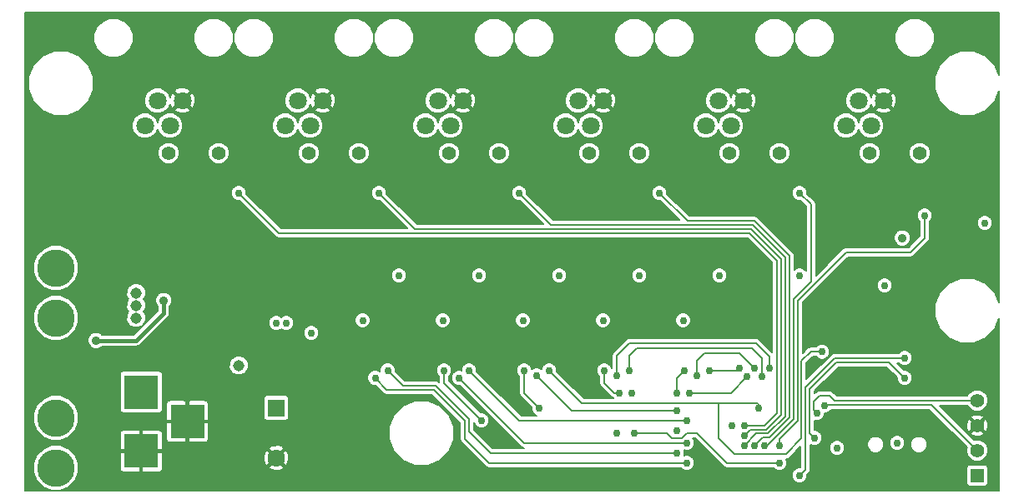
<source format=gbl>
G04 (created by PCBNEW (25-Oct-2014 BZR 4029)-stable) date Wed 10 Jun 2015 01:49:49 AM EDT*
%MOIN*%
G04 Gerber Fmt 3.4, Leading zero omitted, Abs format*
%FSLAX34Y34*%
G01*
G70*
G90*
G04 APERTURE LIST*
%ADD10C,0.00590551*%
%ADD11C,0.0708661*%
%ADD12R,0.07X0.07*%
%ADD13C,0.07*%
%ADD14C,0.15*%
%ADD15R,0.1378X0.1378*%
%ADD16C,0.055*%
%ADD17R,0.055X0.055*%
%ADD18C,0.035*%
%ADD19C,0.045*%
%ADD20C,0.03*%
%ADD21C,0.008*%
%ADD22C,0.012*%
%ADD23C,0.016*%
G04 APERTURE END LIST*
G54D10*
G54D11*
X16450Y-13700D03*
X15950Y-14700D03*
X15450Y-13700D03*
X14950Y-14700D03*
G54D12*
X20200Y-26000D03*
G54D13*
X20200Y-28000D03*
G54D14*
X11400Y-28400D03*
X11400Y-26400D03*
X11400Y-22400D03*
X11400Y-20400D03*
G54D15*
X14800Y-25359D03*
X14800Y-27721D03*
X16650Y-26540D03*
G54D11*
X22050Y-13700D03*
X21550Y-14700D03*
X21050Y-13700D03*
X20550Y-14700D03*
X27650Y-13700D03*
X27150Y-14700D03*
X26650Y-13700D03*
X26150Y-14700D03*
X33250Y-13700D03*
X32750Y-14700D03*
X32250Y-13700D03*
X31750Y-14700D03*
X38850Y-13700D03*
X38350Y-14700D03*
X37850Y-13700D03*
X37350Y-14700D03*
X44450Y-13700D03*
X43950Y-14700D03*
X43450Y-13700D03*
X42950Y-14700D03*
G54D16*
X17900Y-15800D03*
X15900Y-15800D03*
X23500Y-15800D03*
X21500Y-15800D03*
X29100Y-15800D03*
X27100Y-15800D03*
X34700Y-15800D03*
X32700Y-15800D03*
X40300Y-15800D03*
X38300Y-15800D03*
X45900Y-15800D03*
X43900Y-15800D03*
G54D17*
X48200Y-28700D03*
G54D16*
X48200Y-27700D03*
X48200Y-26700D03*
X48200Y-25700D03*
G54D18*
X45200Y-19200D03*
G54D19*
X14600Y-22400D03*
X14600Y-21400D03*
X14600Y-21900D03*
G54D20*
X24650Y-24500D03*
X36200Y-27800D03*
X38900Y-26700D03*
X18700Y-17400D03*
X36600Y-28200D03*
X24150Y-24800D03*
X36600Y-26500D03*
X27900Y-24500D03*
X24300Y-17400D03*
X38900Y-27100D03*
X28400Y-26500D03*
X26900Y-24500D03*
X36600Y-27400D03*
X27500Y-24800D03*
X42000Y-23750D03*
X31100Y-24500D03*
X39450Y-26000D03*
X29900Y-17400D03*
X38900Y-27500D03*
X30700Y-26000D03*
X30100Y-24500D03*
X36200Y-26100D03*
X30600Y-24700D03*
X34300Y-24500D03*
X39600Y-24750D03*
X35500Y-17400D03*
X39300Y-27500D03*
X33300Y-24500D03*
X33900Y-25400D03*
X33800Y-24700D03*
X39900Y-24400D03*
X38700Y-24400D03*
X37500Y-24500D03*
X41100Y-17400D03*
X39700Y-27500D03*
X36200Y-25400D03*
X36500Y-24500D03*
X37000Y-24700D03*
X39300Y-24400D03*
X46100Y-18300D03*
X40300Y-27500D03*
X39000Y-24750D03*
X36700Y-25400D03*
X45300Y-24000D03*
X41100Y-28700D03*
X42100Y-25900D03*
X41800Y-26200D03*
X41700Y-27200D03*
X45300Y-24800D03*
X34500Y-27000D03*
X40300Y-28200D03*
X13900Y-16200D03*
X45800Y-28900D03*
X45300Y-28900D03*
X45800Y-28400D03*
X45200Y-23200D03*
X45500Y-22900D03*
X45200Y-22600D03*
X45500Y-22300D03*
X45200Y-22000D03*
X45500Y-21700D03*
X45200Y-21400D03*
X45500Y-21100D03*
X45200Y-20800D03*
X24000Y-28600D03*
X23700Y-28300D03*
X24000Y-28000D03*
X23700Y-27700D03*
X24000Y-27400D03*
X23700Y-27100D03*
X24000Y-26800D03*
X23700Y-26500D03*
X24000Y-26200D03*
X23700Y-25900D03*
X18200Y-28300D03*
X18500Y-28000D03*
X18200Y-27700D03*
X18500Y-27400D03*
X18200Y-27100D03*
X18500Y-26800D03*
X18200Y-26500D03*
X18500Y-26200D03*
X18200Y-25900D03*
X22200Y-22100D03*
X15100Y-16100D03*
X20700Y-16100D03*
X26300Y-16100D03*
X31900Y-16100D03*
X43100Y-16100D03*
X37500Y-16100D03*
X45100Y-16100D03*
X39500Y-16100D03*
X33900Y-16100D03*
X28300Y-16100D03*
X17100Y-16100D03*
X22700Y-16100D03*
X38000Y-19700D03*
X34900Y-19700D03*
X31500Y-19700D03*
X28500Y-19700D03*
X25300Y-19700D03*
X41900Y-16200D03*
X36300Y-16200D03*
X30700Y-16200D03*
X25100Y-16200D03*
X19500Y-16200D03*
G54D18*
X15700Y-21700D03*
X13000Y-23300D03*
G54D19*
X18700Y-24300D03*
G54D20*
X45000Y-27400D03*
X36450Y-22493D03*
X33250Y-22493D03*
X30050Y-22493D03*
X26850Y-22493D03*
X23650Y-22493D03*
X42600Y-27600D03*
X44500Y-21100D03*
X48500Y-18600D03*
X31500Y-20700D03*
X25100Y-20700D03*
X28300Y-20700D03*
X34700Y-20700D03*
X41100Y-20700D03*
X37900Y-20700D03*
X38400Y-26700D03*
X36200Y-26900D03*
X34400Y-25400D03*
X33800Y-27000D03*
X21600Y-23000D03*
X20200Y-22600D03*
X20600Y-22600D03*
G54D21*
X28750Y-27800D02*
X28800Y-27800D01*
X28800Y-27800D02*
X29800Y-27800D01*
X24650Y-24500D02*
X25250Y-25100D01*
X25250Y-25100D02*
X26550Y-25100D01*
X26550Y-25100D02*
X27900Y-26450D01*
X27900Y-26450D02*
X27900Y-26950D01*
X27900Y-26950D02*
X28750Y-27800D01*
X36200Y-27800D02*
X29800Y-27800D01*
X18700Y-17400D02*
X20300Y-19000D01*
X40200Y-20100D02*
X39100Y-19000D01*
X40200Y-26200D02*
X40200Y-23000D01*
X39700Y-26700D02*
X40200Y-26200D01*
X38900Y-26700D02*
X39700Y-26700D01*
X40200Y-23000D02*
X40200Y-20100D01*
X20300Y-19000D02*
X39100Y-19000D01*
X18700Y-17400D02*
X18700Y-17400D01*
X28750Y-28200D02*
X29800Y-28200D01*
X29800Y-28200D02*
X36600Y-28200D01*
X28700Y-28200D02*
X28750Y-28200D01*
X27739Y-27239D02*
X28700Y-28200D01*
X27739Y-26516D02*
X27739Y-27239D01*
X26483Y-25260D02*
X27739Y-26516D01*
X24610Y-25260D02*
X26483Y-25260D01*
X24150Y-24800D02*
X24610Y-25260D01*
X29900Y-26500D02*
X36600Y-26500D01*
X27900Y-24500D02*
X29900Y-26500D01*
X39166Y-18839D02*
X25739Y-18839D01*
X40360Y-20033D02*
X39166Y-18839D01*
X40360Y-26266D02*
X40360Y-25500D01*
X39766Y-26860D02*
X40360Y-26266D01*
X39139Y-26860D02*
X39766Y-26860D01*
X38900Y-27100D02*
X39139Y-26860D01*
X40360Y-25500D02*
X40360Y-20033D01*
X25739Y-18839D02*
X24300Y-17400D01*
X26900Y-25000D02*
X28400Y-26500D01*
X26900Y-24500D02*
X26900Y-25000D01*
X30100Y-27400D02*
X36600Y-27400D01*
X27500Y-24800D02*
X30100Y-27400D01*
X37850Y-25800D02*
X37850Y-27200D01*
X41550Y-23750D02*
X42000Y-23750D01*
X41180Y-24119D02*
X41550Y-23750D01*
X41180Y-27219D02*
X41180Y-24119D01*
X40550Y-27850D02*
X41180Y-27219D01*
X38500Y-27850D02*
X40550Y-27850D01*
X37850Y-27200D02*
X38500Y-27850D01*
X38400Y-25800D02*
X39400Y-25800D01*
X31100Y-24500D02*
X32400Y-25800D01*
X32400Y-25800D02*
X37850Y-25800D01*
X37850Y-25800D02*
X38400Y-25800D01*
X39450Y-25850D02*
X39450Y-26000D01*
X39400Y-25800D02*
X39450Y-25850D01*
X31700Y-18679D02*
X31179Y-18679D01*
X31179Y-18679D02*
X29900Y-17400D01*
X40520Y-25500D02*
X40520Y-19967D01*
X38900Y-27500D02*
X39379Y-27020D01*
X39379Y-27020D02*
X39832Y-27020D01*
X39832Y-27020D02*
X40520Y-26332D01*
X40520Y-26332D02*
X40520Y-25500D01*
X39232Y-18679D02*
X31700Y-18679D01*
X31700Y-18679D02*
X31679Y-18679D01*
X40520Y-19967D02*
X39232Y-18679D01*
X30100Y-25400D02*
X30700Y-26000D01*
X30100Y-24500D02*
X30100Y-25400D01*
X32000Y-26100D02*
X36200Y-26100D01*
X30600Y-24700D02*
X32000Y-26100D01*
X34300Y-23900D02*
X34300Y-24500D01*
X38800Y-23600D02*
X34600Y-23600D01*
X34600Y-23600D02*
X34300Y-23900D01*
X39200Y-23600D02*
X38800Y-23600D01*
X39600Y-24000D02*
X39200Y-23600D01*
X39600Y-24400D02*
X39600Y-24000D01*
X39600Y-24750D02*
X39600Y-24400D01*
X37719Y-18519D02*
X36619Y-18519D01*
X40700Y-19921D02*
X39298Y-18519D01*
X39298Y-18519D02*
X37719Y-18519D01*
X40700Y-26378D02*
X40700Y-25500D01*
X39898Y-27180D02*
X40700Y-26378D01*
X39619Y-27180D02*
X39898Y-27180D01*
X39300Y-27500D02*
X39619Y-27180D01*
X40700Y-25500D02*
X40700Y-19921D01*
X36619Y-18519D02*
X35500Y-17400D01*
X33300Y-25000D02*
X33700Y-25400D01*
X33300Y-24500D02*
X33300Y-25000D01*
X33700Y-25400D02*
X33900Y-25400D01*
X33800Y-23900D02*
X33800Y-24700D01*
X38900Y-23400D02*
X34300Y-23400D01*
X34300Y-23400D02*
X33800Y-23900D01*
X38900Y-23400D02*
X39350Y-23400D01*
X39350Y-23400D02*
X39900Y-23950D01*
X39900Y-23950D02*
X39900Y-24400D01*
X38700Y-24400D02*
X38600Y-24500D01*
X38600Y-24500D02*
X37500Y-24500D01*
X37500Y-24500D02*
X37500Y-24500D01*
X40860Y-21639D02*
X41550Y-20950D01*
X40860Y-21639D02*
X40860Y-25500D01*
X41550Y-17850D02*
X41100Y-17400D01*
X41550Y-20950D02*
X41550Y-17850D01*
X40860Y-26445D02*
X40860Y-25500D01*
X40860Y-25500D02*
X40860Y-25500D01*
X39805Y-27500D02*
X40860Y-26445D01*
X39700Y-27500D02*
X39805Y-27500D01*
X36200Y-24800D02*
X36200Y-25400D01*
X36500Y-24500D02*
X36200Y-24800D01*
X37000Y-24100D02*
X37000Y-24700D01*
X37300Y-23800D02*
X37000Y-24100D01*
X38700Y-23800D02*
X37300Y-23800D01*
X39300Y-24400D02*
X38700Y-23800D01*
X42960Y-19766D02*
X45533Y-19766D01*
X41020Y-21706D02*
X42960Y-19766D01*
X41020Y-26511D02*
X41020Y-25500D01*
X40300Y-27231D02*
X41020Y-26511D01*
X40300Y-27500D02*
X40300Y-27231D01*
X41020Y-25500D02*
X41020Y-21706D01*
X46100Y-19200D02*
X46100Y-18300D01*
X45533Y-19766D02*
X46100Y-19200D01*
X39000Y-24750D02*
X38350Y-25400D01*
X38350Y-25400D02*
X36700Y-25400D01*
X41340Y-28459D02*
X41100Y-28700D01*
X42500Y-24000D02*
X45300Y-24000D01*
X41340Y-26800D02*
X41340Y-25159D01*
X41340Y-25159D02*
X42500Y-24000D01*
X41340Y-28459D02*
X41340Y-26800D01*
X46360Y-25860D02*
X42139Y-25860D01*
X48200Y-27700D02*
X46360Y-25860D01*
X42139Y-25860D02*
X42100Y-25900D01*
X42700Y-25700D02*
X48200Y-25700D01*
X42500Y-25700D02*
X42700Y-25700D01*
X42300Y-25500D02*
X42500Y-25700D01*
X41900Y-25500D02*
X42300Y-25500D01*
X41660Y-25739D02*
X41900Y-25500D01*
X41660Y-26060D02*
X41660Y-25739D01*
X41800Y-26200D02*
X41660Y-26060D01*
X41500Y-25226D02*
X42566Y-24160D01*
X41500Y-27000D02*
X41500Y-26800D01*
X41700Y-27200D02*
X41500Y-27000D01*
X41500Y-26800D02*
X41500Y-25226D01*
X44660Y-24160D02*
X45300Y-24800D01*
X42566Y-24160D02*
X44660Y-24160D01*
X34500Y-27000D02*
X35800Y-27000D01*
X35800Y-27000D02*
X36000Y-27200D01*
X36000Y-27200D02*
X36400Y-27200D01*
X36400Y-27200D02*
X36600Y-27000D01*
X36600Y-27000D02*
X37000Y-27000D01*
X37000Y-27000D02*
X38200Y-28200D01*
X38200Y-28200D02*
X40300Y-28200D01*
X45800Y-28900D02*
X45800Y-28500D01*
X45800Y-28400D02*
X45300Y-28900D01*
X45200Y-22600D02*
X45500Y-22900D01*
X45200Y-22000D02*
X45500Y-22300D01*
X45200Y-21400D02*
X45500Y-21700D01*
X45200Y-20800D02*
X45500Y-21100D01*
X23700Y-28300D02*
X24000Y-28600D01*
X23700Y-27700D02*
X24000Y-28000D01*
X23700Y-27100D02*
X24000Y-27400D01*
X23700Y-26500D02*
X24000Y-26800D01*
X23700Y-25900D02*
X24000Y-26200D01*
X18200Y-28300D02*
X18500Y-28600D01*
X18200Y-27700D02*
X18500Y-28000D01*
X18200Y-27100D02*
X18500Y-27400D01*
X18200Y-26500D02*
X18500Y-26800D01*
X18200Y-25900D02*
X18500Y-26200D01*
G54D22*
X39500Y-16100D02*
X39500Y-16050D01*
X39500Y-16050D02*
X39500Y-16100D01*
G54D23*
X15700Y-22200D02*
X15700Y-21700D01*
X14600Y-23300D02*
X15700Y-22200D01*
X13000Y-23300D02*
X14600Y-23300D01*
X36450Y-22493D02*
X36450Y-22500D01*
X33250Y-22493D02*
X33250Y-22500D01*
X30050Y-22493D02*
X30050Y-22500D01*
X26850Y-22493D02*
X26850Y-22500D01*
X23650Y-22493D02*
X23650Y-22500D01*
G54D10*
G36*
X49070Y-29320D02*
X48638Y-29320D01*
X48638Y-26764D01*
X48630Y-26591D01*
X48580Y-26472D01*
X48512Y-26444D01*
X48455Y-26500D01*
X48455Y-26387D01*
X48427Y-26319D01*
X48264Y-26261D01*
X48091Y-26269D01*
X47972Y-26319D01*
X47944Y-26387D01*
X48200Y-26643D01*
X48455Y-26387D01*
X48455Y-26500D01*
X48256Y-26700D01*
X48512Y-26955D01*
X48580Y-26927D01*
X48638Y-26764D01*
X48638Y-29320D01*
X48635Y-29320D01*
X48635Y-27613D01*
X48568Y-27453D01*
X48455Y-27340D01*
X48455Y-27012D01*
X48200Y-26756D01*
X48143Y-26813D01*
X48143Y-26700D01*
X47887Y-26444D01*
X47819Y-26472D01*
X47761Y-26635D01*
X47769Y-26808D01*
X47819Y-26927D01*
X47887Y-26955D01*
X48143Y-26700D01*
X48143Y-26813D01*
X47944Y-27012D01*
X47972Y-27080D01*
X48135Y-27138D01*
X48308Y-27130D01*
X48427Y-27080D01*
X48455Y-27012D01*
X48455Y-27340D01*
X48446Y-27331D01*
X48286Y-27265D01*
X48113Y-27264D01*
X48067Y-27284D01*
X46682Y-25900D01*
X47811Y-25900D01*
X47831Y-25946D01*
X47953Y-26068D01*
X48113Y-26134D01*
X48286Y-26135D01*
X48446Y-26068D01*
X48568Y-25946D01*
X48634Y-25786D01*
X48635Y-25613D01*
X48568Y-25453D01*
X48446Y-25331D01*
X48286Y-25265D01*
X48113Y-25264D01*
X47953Y-25331D01*
X47831Y-25453D01*
X47812Y-25500D01*
X46490Y-25500D01*
X46490Y-11043D01*
X46370Y-10753D01*
X46148Y-10530D01*
X45857Y-10410D01*
X45543Y-10409D01*
X45253Y-10529D01*
X45030Y-10751D01*
X44910Y-11042D01*
X44909Y-11356D01*
X45029Y-11646D01*
X45251Y-11869D01*
X45542Y-11989D01*
X45856Y-11990D01*
X46146Y-11870D01*
X46369Y-11648D01*
X46489Y-11357D01*
X46490Y-11043D01*
X46490Y-25500D01*
X42700Y-25500D01*
X42582Y-25500D01*
X42441Y-25358D01*
X42376Y-25315D01*
X42300Y-25300D01*
X41900Y-25300D01*
X41823Y-25315D01*
X41801Y-25329D01*
X41758Y-25358D01*
X41700Y-25417D01*
X41700Y-25309D01*
X42649Y-24360D01*
X44577Y-24360D01*
X44990Y-24772D01*
X44989Y-24861D01*
X45037Y-24975D01*
X45124Y-25062D01*
X45238Y-25109D01*
X45361Y-25110D01*
X45475Y-25062D01*
X45562Y-24975D01*
X45609Y-24861D01*
X45610Y-24738D01*
X45562Y-24624D01*
X45475Y-24537D01*
X45361Y-24490D01*
X45272Y-24489D01*
X44982Y-24200D01*
X45061Y-24200D01*
X45124Y-24262D01*
X45238Y-24309D01*
X45361Y-24310D01*
X45475Y-24262D01*
X45562Y-24175D01*
X45609Y-24061D01*
X45610Y-23938D01*
X45562Y-23824D01*
X45475Y-23737D01*
X45361Y-23690D01*
X45238Y-23689D01*
X45124Y-23737D01*
X45061Y-23800D01*
X44810Y-23800D01*
X44810Y-21038D01*
X44762Y-20924D01*
X44675Y-20837D01*
X44561Y-20790D01*
X44438Y-20789D01*
X44324Y-20837D01*
X44237Y-20924D01*
X44190Y-21038D01*
X44189Y-21161D01*
X44237Y-21275D01*
X44324Y-21362D01*
X44438Y-21409D01*
X44561Y-21410D01*
X44675Y-21362D01*
X44762Y-21275D01*
X44809Y-21161D01*
X44810Y-21038D01*
X44810Y-23800D01*
X42500Y-23800D01*
X42423Y-23815D01*
X42401Y-23829D01*
X42358Y-23858D01*
X41380Y-24837D01*
X41380Y-24202D01*
X41632Y-23950D01*
X41761Y-23950D01*
X41824Y-24012D01*
X41938Y-24059D01*
X42061Y-24060D01*
X42175Y-24012D01*
X42262Y-23925D01*
X42309Y-23811D01*
X42310Y-23688D01*
X42262Y-23574D01*
X42175Y-23487D01*
X42061Y-23440D01*
X41938Y-23439D01*
X41824Y-23487D01*
X41761Y-23550D01*
X41550Y-23550D01*
X41486Y-23562D01*
X41473Y-23565D01*
X41408Y-23608D01*
X41220Y-23797D01*
X41220Y-21789D01*
X43042Y-19966D01*
X45533Y-19966D01*
X45610Y-19951D01*
X45675Y-19907D01*
X46241Y-19341D01*
X46284Y-19276D01*
X46284Y-19276D01*
X46300Y-19200D01*
X46300Y-18538D01*
X46362Y-18475D01*
X46409Y-18361D01*
X46410Y-18238D01*
X46362Y-18124D01*
X46335Y-18096D01*
X46335Y-15713D01*
X46268Y-15553D01*
X46146Y-15431D01*
X45986Y-15365D01*
X45813Y-15364D01*
X45653Y-15431D01*
X45531Y-15553D01*
X45465Y-15713D01*
X45464Y-15886D01*
X45531Y-16046D01*
X45653Y-16168D01*
X45813Y-16234D01*
X45986Y-16235D01*
X46146Y-16168D01*
X46268Y-16046D01*
X46334Y-15886D01*
X46335Y-15713D01*
X46335Y-18096D01*
X46275Y-18037D01*
X46161Y-17990D01*
X46038Y-17989D01*
X45924Y-18037D01*
X45837Y-18124D01*
X45790Y-18238D01*
X45789Y-18361D01*
X45837Y-18475D01*
X45900Y-18538D01*
X45900Y-19117D01*
X45535Y-19482D01*
X45535Y-19133D01*
X45484Y-19010D01*
X45390Y-18916D01*
X45266Y-18865D01*
X45133Y-18864D01*
X45010Y-18915D01*
X44967Y-18958D01*
X44967Y-13783D01*
X44960Y-13578D01*
X44896Y-13425D01*
X44819Y-13386D01*
X44763Y-13443D01*
X44763Y-13330D01*
X44724Y-13253D01*
X44533Y-13182D01*
X44328Y-13189D01*
X44175Y-13253D01*
X44136Y-13330D01*
X44450Y-13643D01*
X44763Y-13330D01*
X44763Y-13443D01*
X44506Y-13700D01*
X44819Y-14013D01*
X44896Y-13974D01*
X44967Y-13783D01*
X44967Y-18958D01*
X44916Y-19009D01*
X44865Y-19133D01*
X44864Y-19266D01*
X44915Y-19389D01*
X45009Y-19483D01*
X45133Y-19534D01*
X45266Y-19535D01*
X45389Y-19484D01*
X45483Y-19390D01*
X45534Y-19266D01*
X45535Y-19133D01*
X45535Y-19482D01*
X45450Y-19566D01*
X44763Y-19566D01*
X44763Y-14069D01*
X44450Y-13756D01*
X44393Y-13813D01*
X44393Y-13700D01*
X44080Y-13386D01*
X44003Y-13425D01*
X43951Y-13565D01*
X43886Y-13409D01*
X43741Y-13264D01*
X43552Y-13185D01*
X43348Y-13185D01*
X43159Y-13263D01*
X43014Y-13408D01*
X42935Y-13597D01*
X42935Y-13801D01*
X43013Y-13990D01*
X43158Y-14135D01*
X43347Y-14214D01*
X43551Y-14214D01*
X43740Y-14136D01*
X43885Y-13991D01*
X43948Y-13841D01*
X44003Y-13974D01*
X44080Y-14013D01*
X44393Y-13700D01*
X44393Y-13813D01*
X44136Y-14069D01*
X44175Y-14146D01*
X44366Y-14217D01*
X44571Y-14210D01*
X44724Y-14146D01*
X44763Y-14069D01*
X44763Y-19566D01*
X44464Y-19566D01*
X44464Y-14598D01*
X44386Y-14409D01*
X44241Y-14264D01*
X44052Y-14185D01*
X43848Y-14185D01*
X43659Y-14263D01*
X43514Y-14408D01*
X43449Y-14563D01*
X43386Y-14409D01*
X43241Y-14264D01*
X43052Y-14185D01*
X42848Y-14185D01*
X42659Y-14263D01*
X42514Y-14408D01*
X42490Y-14466D01*
X42490Y-11043D01*
X42370Y-10753D01*
X42148Y-10530D01*
X41857Y-10410D01*
X41543Y-10409D01*
X41253Y-10529D01*
X41030Y-10751D01*
X40910Y-11042D01*
X40909Y-11356D01*
X41029Y-11646D01*
X41251Y-11869D01*
X41542Y-11989D01*
X41856Y-11990D01*
X42146Y-11870D01*
X42369Y-11648D01*
X42489Y-11357D01*
X42490Y-11043D01*
X42490Y-14466D01*
X42435Y-14597D01*
X42435Y-14801D01*
X42513Y-14990D01*
X42658Y-15135D01*
X42847Y-15214D01*
X43051Y-15214D01*
X43240Y-15136D01*
X43385Y-14991D01*
X43450Y-14836D01*
X43513Y-14990D01*
X43658Y-15135D01*
X43847Y-15214D01*
X44051Y-15214D01*
X44240Y-15136D01*
X44385Y-14991D01*
X44464Y-14802D01*
X44464Y-14598D01*
X44464Y-19566D01*
X44335Y-19566D01*
X44335Y-15713D01*
X44268Y-15553D01*
X44146Y-15431D01*
X43986Y-15365D01*
X43813Y-15364D01*
X43653Y-15431D01*
X43531Y-15553D01*
X43465Y-15713D01*
X43464Y-15886D01*
X43531Y-16046D01*
X43653Y-16168D01*
X43813Y-16234D01*
X43986Y-16235D01*
X44146Y-16168D01*
X44268Y-16046D01*
X44334Y-15886D01*
X44335Y-15713D01*
X44335Y-19566D01*
X42960Y-19566D01*
X42883Y-19581D01*
X42861Y-19595D01*
X42818Y-19624D01*
X41750Y-20693D01*
X41750Y-17850D01*
X41734Y-17773D01*
X41734Y-17773D01*
X41691Y-17708D01*
X41409Y-17427D01*
X41410Y-17338D01*
X41362Y-17224D01*
X41275Y-17137D01*
X41161Y-17090D01*
X41038Y-17089D01*
X40924Y-17137D01*
X40890Y-17171D01*
X40890Y-11043D01*
X40770Y-10753D01*
X40548Y-10530D01*
X40257Y-10410D01*
X39943Y-10409D01*
X39653Y-10529D01*
X39430Y-10751D01*
X39310Y-11042D01*
X39309Y-11356D01*
X39429Y-11646D01*
X39651Y-11869D01*
X39942Y-11989D01*
X40256Y-11990D01*
X40546Y-11870D01*
X40769Y-11648D01*
X40889Y-11357D01*
X40890Y-11043D01*
X40890Y-17171D01*
X40837Y-17224D01*
X40790Y-17338D01*
X40789Y-17461D01*
X40837Y-17575D01*
X40924Y-17662D01*
X41038Y-17709D01*
X41127Y-17710D01*
X41350Y-17932D01*
X41350Y-20511D01*
X41275Y-20437D01*
X41161Y-20390D01*
X41038Y-20389D01*
X40924Y-20437D01*
X40900Y-20461D01*
X40900Y-19921D01*
X40887Y-19857D01*
X40884Y-19844D01*
X40884Y-19844D01*
X40841Y-19779D01*
X40735Y-19673D01*
X40735Y-15713D01*
X40668Y-15553D01*
X40546Y-15431D01*
X40386Y-15365D01*
X40213Y-15364D01*
X40053Y-15431D01*
X39931Y-15553D01*
X39865Y-15713D01*
X39864Y-15886D01*
X39931Y-16046D01*
X40053Y-16168D01*
X40213Y-16234D01*
X40386Y-16235D01*
X40546Y-16168D01*
X40668Y-16046D01*
X40734Y-15886D01*
X40735Y-15713D01*
X40735Y-19673D01*
X39440Y-18378D01*
X39375Y-18335D01*
X39367Y-18333D01*
X39367Y-13783D01*
X39360Y-13578D01*
X39296Y-13425D01*
X39219Y-13386D01*
X39163Y-13443D01*
X39163Y-13330D01*
X39124Y-13253D01*
X38933Y-13182D01*
X38728Y-13189D01*
X38575Y-13253D01*
X38536Y-13330D01*
X38850Y-13643D01*
X39163Y-13330D01*
X39163Y-13443D01*
X38906Y-13700D01*
X39219Y-14013D01*
X39296Y-13974D01*
X39367Y-13783D01*
X39367Y-18333D01*
X39298Y-18319D01*
X39163Y-18319D01*
X39163Y-14069D01*
X38850Y-13756D01*
X38793Y-13813D01*
X38793Y-13700D01*
X38480Y-13386D01*
X38403Y-13425D01*
X38351Y-13565D01*
X38286Y-13409D01*
X38141Y-13264D01*
X37952Y-13185D01*
X37748Y-13185D01*
X37559Y-13263D01*
X37414Y-13408D01*
X37335Y-13597D01*
X37335Y-13801D01*
X37413Y-13990D01*
X37558Y-14135D01*
X37747Y-14214D01*
X37951Y-14214D01*
X38140Y-14136D01*
X38285Y-13991D01*
X38348Y-13841D01*
X38403Y-13974D01*
X38480Y-14013D01*
X38793Y-13700D01*
X38793Y-13813D01*
X38536Y-14069D01*
X38575Y-14146D01*
X38766Y-14217D01*
X38971Y-14210D01*
X39124Y-14146D01*
X39163Y-14069D01*
X39163Y-18319D01*
X38864Y-18319D01*
X38864Y-14598D01*
X38786Y-14409D01*
X38641Y-14264D01*
X38452Y-14185D01*
X38248Y-14185D01*
X38059Y-14263D01*
X37914Y-14408D01*
X37849Y-14563D01*
X37786Y-14409D01*
X37641Y-14264D01*
X37452Y-14185D01*
X37248Y-14185D01*
X37059Y-14263D01*
X36914Y-14408D01*
X36890Y-14466D01*
X36890Y-11043D01*
X36770Y-10753D01*
X36548Y-10530D01*
X36257Y-10410D01*
X35943Y-10409D01*
X35653Y-10529D01*
X35430Y-10751D01*
X35310Y-11042D01*
X35309Y-11356D01*
X35429Y-11646D01*
X35651Y-11869D01*
X35942Y-11989D01*
X36256Y-11990D01*
X36546Y-11870D01*
X36769Y-11648D01*
X36889Y-11357D01*
X36890Y-11043D01*
X36890Y-14466D01*
X36835Y-14597D01*
X36835Y-14801D01*
X36913Y-14990D01*
X37058Y-15135D01*
X37247Y-15214D01*
X37451Y-15214D01*
X37640Y-15136D01*
X37785Y-14991D01*
X37850Y-14836D01*
X37913Y-14990D01*
X38058Y-15135D01*
X38247Y-15214D01*
X38451Y-15214D01*
X38640Y-15136D01*
X38785Y-14991D01*
X38864Y-14802D01*
X38864Y-14598D01*
X38864Y-18319D01*
X38735Y-18319D01*
X38735Y-15713D01*
X38668Y-15553D01*
X38546Y-15431D01*
X38386Y-15365D01*
X38213Y-15364D01*
X38053Y-15431D01*
X37931Y-15553D01*
X37865Y-15713D01*
X37864Y-15886D01*
X37931Y-16046D01*
X38053Y-16168D01*
X38213Y-16234D01*
X38386Y-16235D01*
X38546Y-16168D01*
X38668Y-16046D01*
X38734Y-15886D01*
X38735Y-15713D01*
X38735Y-18319D01*
X37719Y-18319D01*
X36702Y-18319D01*
X35809Y-17427D01*
X35810Y-17338D01*
X35762Y-17224D01*
X35675Y-17137D01*
X35561Y-17090D01*
X35438Y-17089D01*
X35324Y-17137D01*
X35290Y-17171D01*
X35290Y-11043D01*
X35170Y-10753D01*
X34948Y-10530D01*
X34657Y-10410D01*
X34343Y-10409D01*
X34053Y-10529D01*
X33830Y-10751D01*
X33710Y-11042D01*
X33709Y-11356D01*
X33829Y-11646D01*
X34051Y-11869D01*
X34342Y-11989D01*
X34656Y-11990D01*
X34946Y-11870D01*
X35169Y-11648D01*
X35289Y-11357D01*
X35290Y-11043D01*
X35290Y-17171D01*
X35237Y-17224D01*
X35190Y-17338D01*
X35189Y-17461D01*
X35237Y-17575D01*
X35324Y-17662D01*
X35438Y-17709D01*
X35527Y-17710D01*
X36297Y-18479D01*
X35135Y-18479D01*
X35135Y-15713D01*
X35068Y-15553D01*
X34946Y-15431D01*
X34786Y-15365D01*
X34613Y-15364D01*
X34453Y-15431D01*
X34331Y-15553D01*
X34265Y-15713D01*
X34264Y-15886D01*
X34331Y-16046D01*
X34453Y-16168D01*
X34613Y-16234D01*
X34786Y-16235D01*
X34946Y-16168D01*
X35068Y-16046D01*
X35134Y-15886D01*
X35135Y-15713D01*
X35135Y-18479D01*
X33767Y-18479D01*
X33767Y-13783D01*
X33760Y-13578D01*
X33696Y-13425D01*
X33619Y-13386D01*
X33563Y-13443D01*
X33563Y-13330D01*
X33524Y-13253D01*
X33333Y-13182D01*
X33128Y-13189D01*
X32975Y-13253D01*
X32936Y-13330D01*
X33250Y-13643D01*
X33563Y-13330D01*
X33563Y-13443D01*
X33306Y-13700D01*
X33619Y-14013D01*
X33696Y-13974D01*
X33767Y-13783D01*
X33767Y-18479D01*
X33563Y-18479D01*
X33563Y-14069D01*
X33250Y-13756D01*
X33193Y-13813D01*
X33193Y-13700D01*
X32880Y-13386D01*
X32803Y-13425D01*
X32751Y-13565D01*
X32686Y-13409D01*
X32541Y-13264D01*
X32352Y-13185D01*
X32148Y-13185D01*
X31959Y-13263D01*
X31814Y-13408D01*
X31735Y-13597D01*
X31735Y-13801D01*
X31813Y-13990D01*
X31958Y-14135D01*
X32147Y-14214D01*
X32351Y-14214D01*
X32540Y-14136D01*
X32685Y-13991D01*
X32748Y-13841D01*
X32803Y-13974D01*
X32880Y-14013D01*
X33193Y-13700D01*
X33193Y-13813D01*
X32936Y-14069D01*
X32975Y-14146D01*
X33166Y-14217D01*
X33371Y-14210D01*
X33524Y-14146D01*
X33563Y-14069D01*
X33563Y-18479D01*
X33264Y-18479D01*
X33264Y-14598D01*
X33186Y-14409D01*
X33041Y-14264D01*
X32852Y-14185D01*
X32648Y-14185D01*
X32459Y-14263D01*
X32314Y-14408D01*
X32249Y-14563D01*
X32186Y-14409D01*
X32041Y-14264D01*
X31852Y-14185D01*
X31648Y-14185D01*
X31459Y-14263D01*
X31314Y-14408D01*
X31290Y-14466D01*
X31290Y-11043D01*
X31170Y-10753D01*
X30948Y-10530D01*
X30657Y-10410D01*
X30343Y-10409D01*
X30053Y-10529D01*
X29830Y-10751D01*
X29710Y-11042D01*
X29709Y-11356D01*
X29829Y-11646D01*
X30051Y-11869D01*
X30342Y-11989D01*
X30656Y-11990D01*
X30946Y-11870D01*
X31169Y-11648D01*
X31289Y-11357D01*
X31290Y-11043D01*
X31290Y-14466D01*
X31235Y-14597D01*
X31235Y-14801D01*
X31313Y-14990D01*
X31458Y-15135D01*
X31647Y-15214D01*
X31851Y-15214D01*
X32040Y-15136D01*
X32185Y-14991D01*
X32250Y-14836D01*
X32313Y-14990D01*
X32458Y-15135D01*
X32647Y-15214D01*
X32851Y-15214D01*
X33040Y-15136D01*
X33185Y-14991D01*
X33264Y-14802D01*
X33264Y-14598D01*
X33264Y-18479D01*
X33135Y-18479D01*
X33135Y-15713D01*
X33068Y-15553D01*
X32946Y-15431D01*
X32786Y-15365D01*
X32613Y-15364D01*
X32453Y-15431D01*
X32331Y-15553D01*
X32265Y-15713D01*
X32264Y-15886D01*
X32331Y-16046D01*
X32453Y-16168D01*
X32613Y-16234D01*
X32786Y-16235D01*
X32946Y-16168D01*
X33068Y-16046D01*
X33134Y-15886D01*
X33135Y-15713D01*
X33135Y-18479D01*
X31700Y-18479D01*
X31679Y-18479D01*
X31262Y-18479D01*
X30209Y-17427D01*
X30210Y-17338D01*
X30162Y-17224D01*
X30075Y-17137D01*
X29961Y-17090D01*
X29838Y-17089D01*
X29724Y-17137D01*
X29690Y-17171D01*
X29690Y-11043D01*
X29570Y-10753D01*
X29348Y-10530D01*
X29057Y-10410D01*
X28743Y-10409D01*
X28453Y-10529D01*
X28230Y-10751D01*
X28110Y-11042D01*
X28109Y-11356D01*
X28229Y-11646D01*
X28451Y-11869D01*
X28742Y-11989D01*
X29056Y-11990D01*
X29346Y-11870D01*
X29569Y-11648D01*
X29689Y-11357D01*
X29690Y-11043D01*
X29690Y-17171D01*
X29637Y-17224D01*
X29590Y-17338D01*
X29589Y-17461D01*
X29637Y-17575D01*
X29724Y-17662D01*
X29838Y-17709D01*
X29927Y-17710D01*
X30857Y-18639D01*
X29535Y-18639D01*
X29535Y-15713D01*
X29468Y-15553D01*
X29346Y-15431D01*
X29186Y-15365D01*
X29013Y-15364D01*
X28853Y-15431D01*
X28731Y-15553D01*
X28665Y-15713D01*
X28664Y-15886D01*
X28731Y-16046D01*
X28853Y-16168D01*
X29013Y-16234D01*
X29186Y-16235D01*
X29346Y-16168D01*
X29468Y-16046D01*
X29534Y-15886D01*
X29535Y-15713D01*
X29535Y-18639D01*
X28167Y-18639D01*
X28167Y-13783D01*
X28160Y-13578D01*
X28096Y-13425D01*
X28019Y-13386D01*
X27963Y-13443D01*
X27963Y-13330D01*
X27924Y-13253D01*
X27733Y-13182D01*
X27528Y-13189D01*
X27375Y-13253D01*
X27336Y-13330D01*
X27650Y-13643D01*
X27963Y-13330D01*
X27963Y-13443D01*
X27706Y-13700D01*
X28019Y-14013D01*
X28096Y-13974D01*
X28167Y-13783D01*
X28167Y-18639D01*
X27963Y-18639D01*
X27963Y-14069D01*
X27650Y-13756D01*
X27593Y-13813D01*
X27593Y-13700D01*
X27280Y-13386D01*
X27203Y-13425D01*
X27151Y-13565D01*
X27086Y-13409D01*
X26941Y-13264D01*
X26752Y-13185D01*
X26548Y-13185D01*
X26359Y-13263D01*
X26214Y-13408D01*
X26135Y-13597D01*
X26135Y-13801D01*
X26213Y-13990D01*
X26358Y-14135D01*
X26547Y-14214D01*
X26751Y-14214D01*
X26940Y-14136D01*
X27085Y-13991D01*
X27148Y-13841D01*
X27203Y-13974D01*
X27280Y-14013D01*
X27593Y-13700D01*
X27593Y-13813D01*
X27336Y-14069D01*
X27375Y-14146D01*
X27566Y-14217D01*
X27771Y-14210D01*
X27924Y-14146D01*
X27963Y-14069D01*
X27963Y-18639D01*
X27664Y-18639D01*
X27664Y-14598D01*
X27586Y-14409D01*
X27441Y-14264D01*
X27252Y-14185D01*
X27048Y-14185D01*
X26859Y-14263D01*
X26714Y-14408D01*
X26649Y-14563D01*
X26586Y-14409D01*
X26441Y-14264D01*
X26252Y-14185D01*
X26048Y-14185D01*
X25859Y-14263D01*
X25714Y-14408D01*
X25690Y-14466D01*
X25690Y-11043D01*
X25570Y-10753D01*
X25348Y-10530D01*
X25057Y-10410D01*
X24743Y-10409D01*
X24453Y-10529D01*
X24230Y-10751D01*
X24110Y-11042D01*
X24109Y-11356D01*
X24229Y-11646D01*
X24451Y-11869D01*
X24742Y-11989D01*
X25056Y-11990D01*
X25346Y-11870D01*
X25569Y-11648D01*
X25689Y-11357D01*
X25690Y-11043D01*
X25690Y-14466D01*
X25635Y-14597D01*
X25635Y-14801D01*
X25713Y-14990D01*
X25858Y-15135D01*
X26047Y-15214D01*
X26251Y-15214D01*
X26440Y-15136D01*
X26585Y-14991D01*
X26650Y-14836D01*
X26713Y-14990D01*
X26858Y-15135D01*
X27047Y-15214D01*
X27251Y-15214D01*
X27440Y-15136D01*
X27585Y-14991D01*
X27664Y-14802D01*
X27664Y-14598D01*
X27664Y-18639D01*
X27535Y-18639D01*
X27535Y-15713D01*
X27468Y-15553D01*
X27346Y-15431D01*
X27186Y-15365D01*
X27013Y-15364D01*
X26853Y-15431D01*
X26731Y-15553D01*
X26665Y-15713D01*
X26664Y-15886D01*
X26731Y-16046D01*
X26853Y-16168D01*
X27013Y-16234D01*
X27186Y-16235D01*
X27346Y-16168D01*
X27468Y-16046D01*
X27534Y-15886D01*
X27535Y-15713D01*
X27535Y-18639D01*
X25822Y-18639D01*
X24609Y-17427D01*
X24610Y-17338D01*
X24562Y-17224D01*
X24475Y-17137D01*
X24361Y-17090D01*
X24238Y-17089D01*
X24124Y-17137D01*
X24090Y-17171D01*
X24090Y-11043D01*
X23970Y-10753D01*
X23748Y-10530D01*
X23457Y-10410D01*
X23143Y-10409D01*
X22853Y-10529D01*
X22630Y-10751D01*
X22510Y-11042D01*
X22509Y-11356D01*
X22629Y-11646D01*
X22851Y-11869D01*
X23142Y-11989D01*
X23456Y-11990D01*
X23746Y-11870D01*
X23969Y-11648D01*
X24089Y-11357D01*
X24090Y-11043D01*
X24090Y-17171D01*
X24037Y-17224D01*
X23990Y-17338D01*
X23989Y-17461D01*
X24037Y-17575D01*
X24124Y-17662D01*
X24238Y-17709D01*
X24327Y-17710D01*
X25417Y-18800D01*
X23935Y-18800D01*
X23935Y-15713D01*
X23868Y-15553D01*
X23746Y-15431D01*
X23586Y-15365D01*
X23413Y-15364D01*
X23253Y-15431D01*
X23131Y-15553D01*
X23065Y-15713D01*
X23064Y-15886D01*
X23131Y-16046D01*
X23253Y-16168D01*
X23413Y-16234D01*
X23586Y-16235D01*
X23746Y-16168D01*
X23868Y-16046D01*
X23934Y-15886D01*
X23935Y-15713D01*
X23935Y-18800D01*
X22567Y-18800D01*
X22567Y-13783D01*
X22560Y-13578D01*
X22496Y-13425D01*
X22419Y-13386D01*
X22363Y-13443D01*
X22363Y-13330D01*
X22324Y-13253D01*
X22133Y-13182D01*
X21928Y-13189D01*
X21775Y-13253D01*
X21736Y-13330D01*
X22050Y-13643D01*
X22363Y-13330D01*
X22363Y-13443D01*
X22106Y-13700D01*
X22419Y-14013D01*
X22496Y-13974D01*
X22567Y-13783D01*
X22567Y-18800D01*
X22363Y-18800D01*
X22363Y-14069D01*
X22050Y-13756D01*
X21993Y-13813D01*
X21993Y-13700D01*
X21680Y-13386D01*
X21603Y-13425D01*
X21551Y-13565D01*
X21486Y-13409D01*
X21341Y-13264D01*
X21152Y-13185D01*
X20948Y-13185D01*
X20759Y-13263D01*
X20614Y-13408D01*
X20535Y-13597D01*
X20535Y-13801D01*
X20613Y-13990D01*
X20758Y-14135D01*
X20947Y-14214D01*
X21151Y-14214D01*
X21340Y-14136D01*
X21485Y-13991D01*
X21548Y-13841D01*
X21603Y-13974D01*
X21680Y-14013D01*
X21993Y-13700D01*
X21993Y-13813D01*
X21736Y-14069D01*
X21775Y-14146D01*
X21966Y-14217D01*
X22171Y-14210D01*
X22324Y-14146D01*
X22363Y-14069D01*
X22363Y-18800D01*
X22064Y-18800D01*
X22064Y-14598D01*
X21986Y-14409D01*
X21841Y-14264D01*
X21652Y-14185D01*
X21448Y-14185D01*
X21259Y-14263D01*
X21114Y-14408D01*
X21049Y-14563D01*
X20986Y-14409D01*
X20841Y-14264D01*
X20652Y-14185D01*
X20448Y-14185D01*
X20259Y-14263D01*
X20114Y-14408D01*
X20090Y-14466D01*
X20090Y-11043D01*
X19970Y-10753D01*
X19748Y-10530D01*
X19457Y-10410D01*
X19143Y-10409D01*
X18853Y-10529D01*
X18630Y-10751D01*
X18510Y-11042D01*
X18509Y-11356D01*
X18629Y-11646D01*
X18851Y-11869D01*
X19142Y-11989D01*
X19456Y-11990D01*
X19746Y-11870D01*
X19969Y-11648D01*
X20089Y-11357D01*
X20090Y-11043D01*
X20090Y-14466D01*
X20035Y-14597D01*
X20035Y-14801D01*
X20113Y-14990D01*
X20258Y-15135D01*
X20447Y-15214D01*
X20651Y-15214D01*
X20840Y-15136D01*
X20985Y-14991D01*
X21050Y-14836D01*
X21113Y-14990D01*
X21258Y-15135D01*
X21447Y-15214D01*
X21651Y-15214D01*
X21840Y-15136D01*
X21985Y-14991D01*
X22064Y-14802D01*
X22064Y-14598D01*
X22064Y-18800D01*
X21935Y-18800D01*
X21935Y-15713D01*
X21868Y-15553D01*
X21746Y-15431D01*
X21586Y-15365D01*
X21413Y-15364D01*
X21253Y-15431D01*
X21131Y-15553D01*
X21065Y-15713D01*
X21064Y-15886D01*
X21131Y-16046D01*
X21253Y-16168D01*
X21413Y-16234D01*
X21586Y-16235D01*
X21746Y-16168D01*
X21868Y-16046D01*
X21934Y-15886D01*
X21935Y-15713D01*
X21935Y-18800D01*
X20382Y-18800D01*
X19009Y-17427D01*
X19010Y-17338D01*
X18962Y-17224D01*
X18875Y-17137D01*
X18761Y-17090D01*
X18638Y-17089D01*
X18524Y-17137D01*
X18490Y-17171D01*
X18490Y-11043D01*
X18370Y-10753D01*
X18148Y-10530D01*
X17857Y-10410D01*
X17543Y-10409D01*
X17253Y-10529D01*
X17030Y-10751D01*
X16910Y-11042D01*
X16909Y-11356D01*
X17029Y-11646D01*
X17251Y-11869D01*
X17542Y-11989D01*
X17856Y-11990D01*
X18146Y-11870D01*
X18369Y-11648D01*
X18489Y-11357D01*
X18490Y-11043D01*
X18490Y-17171D01*
X18437Y-17224D01*
X18390Y-17338D01*
X18389Y-17461D01*
X18437Y-17575D01*
X18524Y-17662D01*
X18638Y-17709D01*
X18727Y-17710D01*
X20158Y-19141D01*
X20158Y-19141D01*
X20201Y-19170D01*
X20223Y-19184D01*
X20223Y-19184D01*
X20299Y-19199D01*
X20300Y-19200D01*
X39017Y-19200D01*
X40000Y-20182D01*
X40000Y-23000D01*
X40000Y-23767D01*
X39491Y-23258D01*
X39426Y-23215D01*
X39350Y-23200D01*
X38900Y-23200D01*
X38210Y-23200D01*
X38210Y-20638D01*
X38162Y-20524D01*
X38075Y-20437D01*
X37961Y-20390D01*
X37838Y-20389D01*
X37724Y-20437D01*
X37637Y-20524D01*
X37590Y-20638D01*
X37589Y-20761D01*
X37637Y-20875D01*
X37724Y-20962D01*
X37838Y-21009D01*
X37961Y-21010D01*
X38075Y-20962D01*
X38162Y-20875D01*
X38209Y-20761D01*
X38210Y-20638D01*
X38210Y-23200D01*
X36760Y-23200D01*
X36760Y-22432D01*
X36712Y-22318D01*
X36625Y-22231D01*
X36511Y-22183D01*
X36388Y-22183D01*
X36274Y-22230D01*
X36187Y-22317D01*
X36140Y-22431D01*
X36139Y-22555D01*
X36187Y-22669D01*
X36274Y-22756D01*
X36388Y-22803D01*
X36511Y-22803D01*
X36625Y-22756D01*
X36712Y-22669D01*
X36759Y-22555D01*
X36760Y-22432D01*
X36760Y-23200D01*
X35010Y-23200D01*
X35010Y-20638D01*
X34962Y-20524D01*
X34875Y-20437D01*
X34761Y-20390D01*
X34638Y-20389D01*
X34524Y-20437D01*
X34437Y-20524D01*
X34390Y-20638D01*
X34389Y-20761D01*
X34437Y-20875D01*
X34524Y-20962D01*
X34638Y-21009D01*
X34761Y-21010D01*
X34875Y-20962D01*
X34962Y-20875D01*
X35009Y-20761D01*
X35010Y-20638D01*
X35010Y-23200D01*
X34300Y-23200D01*
X34236Y-23212D01*
X34223Y-23215D01*
X34158Y-23258D01*
X33658Y-23758D01*
X33615Y-23823D01*
X33600Y-23900D01*
X33600Y-24414D01*
X33562Y-24324D01*
X33560Y-24321D01*
X33560Y-22432D01*
X33512Y-22318D01*
X33425Y-22231D01*
X33311Y-22183D01*
X33188Y-22183D01*
X33074Y-22230D01*
X32987Y-22317D01*
X32940Y-22431D01*
X32939Y-22555D01*
X32987Y-22669D01*
X33074Y-22756D01*
X33188Y-22803D01*
X33311Y-22803D01*
X33425Y-22756D01*
X33512Y-22669D01*
X33559Y-22555D01*
X33560Y-22432D01*
X33560Y-24321D01*
X33475Y-24237D01*
X33361Y-24190D01*
X33238Y-24189D01*
X33124Y-24237D01*
X33037Y-24324D01*
X32990Y-24438D01*
X32989Y-24561D01*
X33037Y-24675D01*
X33100Y-24738D01*
X33100Y-25000D01*
X33115Y-25076D01*
X33158Y-25141D01*
X33558Y-25541D01*
X33558Y-25541D01*
X33601Y-25570D01*
X33623Y-25584D01*
X33623Y-25584D01*
X33652Y-25590D01*
X33652Y-25590D01*
X33661Y-25600D01*
X32482Y-25600D01*
X31810Y-24927D01*
X31810Y-20638D01*
X31762Y-20524D01*
X31675Y-20437D01*
X31561Y-20390D01*
X31438Y-20389D01*
X31324Y-20437D01*
X31237Y-20524D01*
X31190Y-20638D01*
X31189Y-20761D01*
X31237Y-20875D01*
X31324Y-20962D01*
X31438Y-21009D01*
X31561Y-21010D01*
X31675Y-20962D01*
X31762Y-20875D01*
X31809Y-20761D01*
X31810Y-20638D01*
X31810Y-24927D01*
X31409Y-24527D01*
X31410Y-24438D01*
X31362Y-24324D01*
X31275Y-24237D01*
X31161Y-24190D01*
X31038Y-24189D01*
X30924Y-24237D01*
X30837Y-24324D01*
X30790Y-24438D01*
X30790Y-24451D01*
X30775Y-24437D01*
X30661Y-24390D01*
X30538Y-24389D01*
X30424Y-24437D01*
X30410Y-24451D01*
X30410Y-24438D01*
X30362Y-24324D01*
X30360Y-24321D01*
X30360Y-22432D01*
X30312Y-22318D01*
X30225Y-22231D01*
X30111Y-22183D01*
X29988Y-22183D01*
X29874Y-22230D01*
X29787Y-22317D01*
X29740Y-22431D01*
X29739Y-22555D01*
X29787Y-22669D01*
X29874Y-22756D01*
X29988Y-22803D01*
X30111Y-22803D01*
X30225Y-22756D01*
X30312Y-22669D01*
X30359Y-22555D01*
X30360Y-22432D01*
X30360Y-24321D01*
X30275Y-24237D01*
X30161Y-24190D01*
X30038Y-24189D01*
X29924Y-24237D01*
X29837Y-24324D01*
X29790Y-24438D01*
X29789Y-24561D01*
X29837Y-24675D01*
X29900Y-24738D01*
X29900Y-25400D01*
X29915Y-25476D01*
X29958Y-25541D01*
X30390Y-25972D01*
X30389Y-26061D01*
X30437Y-26175D01*
X30524Y-26262D01*
X30614Y-26300D01*
X29982Y-26300D01*
X28610Y-24927D01*
X28610Y-20638D01*
X28562Y-20524D01*
X28475Y-20437D01*
X28361Y-20390D01*
X28238Y-20389D01*
X28124Y-20437D01*
X28037Y-20524D01*
X27990Y-20638D01*
X27989Y-20761D01*
X28037Y-20875D01*
X28124Y-20962D01*
X28238Y-21009D01*
X28361Y-21010D01*
X28475Y-20962D01*
X28562Y-20875D01*
X28609Y-20761D01*
X28610Y-20638D01*
X28610Y-24927D01*
X28209Y-24527D01*
X28210Y-24438D01*
X28162Y-24324D01*
X28075Y-24237D01*
X27961Y-24190D01*
X27838Y-24189D01*
X27724Y-24237D01*
X27637Y-24324D01*
X27590Y-24438D01*
X27589Y-24501D01*
X27561Y-24490D01*
X27438Y-24489D01*
X27324Y-24537D01*
X27237Y-24624D01*
X27190Y-24738D01*
X27189Y-24861D01*
X27237Y-24975D01*
X27324Y-25062D01*
X27438Y-25109D01*
X27527Y-25110D01*
X29958Y-27541D01*
X29958Y-27541D01*
X30023Y-27584D01*
X30023Y-27584D01*
X30036Y-27587D01*
X30100Y-27600D01*
X29800Y-27600D01*
X28832Y-27600D01*
X28100Y-26867D01*
X28100Y-26585D01*
X28137Y-26675D01*
X28224Y-26762D01*
X28338Y-26809D01*
X28461Y-26810D01*
X28575Y-26762D01*
X28662Y-26675D01*
X28709Y-26561D01*
X28710Y-26438D01*
X28662Y-26324D01*
X28575Y-26237D01*
X28461Y-26190D01*
X28372Y-26189D01*
X27100Y-24917D01*
X27100Y-24738D01*
X27162Y-24675D01*
X27209Y-24561D01*
X27210Y-24438D01*
X27162Y-24324D01*
X27160Y-24321D01*
X27160Y-22432D01*
X27112Y-22318D01*
X27025Y-22231D01*
X26911Y-22183D01*
X26788Y-22183D01*
X26674Y-22230D01*
X26587Y-22317D01*
X26540Y-22431D01*
X26539Y-22555D01*
X26587Y-22669D01*
X26674Y-22756D01*
X26788Y-22803D01*
X26911Y-22803D01*
X27025Y-22756D01*
X27112Y-22669D01*
X27159Y-22555D01*
X27160Y-22432D01*
X27160Y-24321D01*
X27075Y-24237D01*
X26961Y-24190D01*
X26838Y-24189D01*
X26724Y-24237D01*
X26637Y-24324D01*
X26590Y-24438D01*
X26589Y-24561D01*
X26637Y-24675D01*
X26700Y-24738D01*
X26700Y-24967D01*
X26691Y-24958D01*
X26626Y-24915D01*
X26550Y-24900D01*
X25410Y-24900D01*
X25410Y-20638D01*
X25362Y-20524D01*
X25275Y-20437D01*
X25161Y-20390D01*
X25038Y-20389D01*
X24924Y-20437D01*
X24837Y-20524D01*
X24790Y-20638D01*
X24789Y-20761D01*
X24837Y-20875D01*
X24924Y-20962D01*
X25038Y-21009D01*
X25161Y-21010D01*
X25275Y-20962D01*
X25362Y-20875D01*
X25409Y-20761D01*
X25410Y-20638D01*
X25410Y-24900D01*
X25332Y-24900D01*
X24959Y-24527D01*
X24960Y-24438D01*
X24912Y-24324D01*
X24825Y-24237D01*
X24711Y-24190D01*
X24588Y-24189D01*
X24474Y-24237D01*
X24387Y-24324D01*
X24340Y-24438D01*
X24339Y-24551D01*
X24325Y-24537D01*
X24211Y-24490D01*
X24088Y-24489D01*
X23974Y-24537D01*
X23960Y-24551D01*
X23960Y-22432D01*
X23912Y-22318D01*
X23825Y-22231D01*
X23711Y-22183D01*
X23588Y-22183D01*
X23474Y-22230D01*
X23387Y-22317D01*
X23340Y-22431D01*
X23339Y-22555D01*
X23387Y-22669D01*
X23474Y-22756D01*
X23588Y-22803D01*
X23711Y-22803D01*
X23825Y-22756D01*
X23912Y-22669D01*
X23959Y-22555D01*
X23960Y-22432D01*
X23960Y-24551D01*
X23887Y-24624D01*
X23840Y-24738D01*
X23839Y-24861D01*
X23887Y-24975D01*
X23974Y-25062D01*
X24088Y-25109D01*
X24177Y-25110D01*
X24468Y-25401D01*
X24468Y-25401D01*
X24511Y-25430D01*
X24533Y-25444D01*
X24533Y-25444D01*
X24610Y-25460D01*
X24610Y-25460D01*
X26400Y-25460D01*
X27539Y-26599D01*
X27539Y-27239D01*
X27555Y-27316D01*
X27598Y-27381D01*
X28558Y-28341D01*
X28623Y-28384D01*
X28623Y-28384D01*
X28700Y-28400D01*
X28750Y-28400D01*
X29800Y-28400D01*
X36361Y-28400D01*
X36424Y-28462D01*
X36538Y-28509D01*
X36661Y-28510D01*
X36775Y-28462D01*
X36862Y-28375D01*
X36909Y-28261D01*
X36910Y-28138D01*
X36862Y-28024D01*
X36775Y-27937D01*
X36661Y-27890D01*
X36538Y-27889D01*
X36489Y-27910D01*
X36509Y-27861D01*
X36510Y-27738D01*
X36489Y-27689D01*
X36538Y-27709D01*
X36661Y-27710D01*
X36775Y-27662D01*
X36862Y-27575D01*
X36909Y-27461D01*
X36910Y-27338D01*
X36862Y-27224D01*
X36838Y-27200D01*
X36917Y-27200D01*
X38058Y-28341D01*
X38058Y-28341D01*
X38101Y-28370D01*
X38123Y-28384D01*
X38123Y-28384D01*
X38199Y-28399D01*
X38200Y-28400D01*
X40061Y-28400D01*
X40124Y-28462D01*
X40238Y-28509D01*
X40361Y-28510D01*
X40475Y-28462D01*
X40562Y-28375D01*
X40609Y-28261D01*
X40610Y-28138D01*
X40571Y-28045D01*
X40626Y-28034D01*
X40691Y-27991D01*
X41140Y-27542D01*
X41140Y-28377D01*
X41127Y-28390D01*
X41038Y-28389D01*
X40924Y-28437D01*
X40837Y-28524D01*
X40790Y-28638D01*
X40789Y-28761D01*
X40837Y-28875D01*
X40924Y-28962D01*
X41038Y-29009D01*
X41161Y-29010D01*
X41275Y-28962D01*
X41362Y-28875D01*
X41409Y-28761D01*
X41410Y-28672D01*
X41481Y-28601D01*
X41481Y-28601D01*
X41510Y-28558D01*
X41524Y-28536D01*
X41524Y-28536D01*
X41540Y-28459D01*
X41540Y-28459D01*
X41540Y-27469D01*
X41638Y-27509D01*
X41761Y-27510D01*
X41875Y-27462D01*
X41962Y-27375D01*
X42009Y-27261D01*
X42010Y-27138D01*
X41962Y-27024D01*
X41875Y-26937D01*
X41761Y-26890D01*
X41700Y-26889D01*
X41700Y-26800D01*
X41700Y-26494D01*
X41738Y-26509D01*
X41861Y-26510D01*
X41975Y-26462D01*
X42062Y-26375D01*
X42109Y-26261D01*
X42109Y-26210D01*
X42161Y-26210D01*
X42275Y-26162D01*
X42362Y-26075D01*
X42369Y-26060D01*
X46277Y-26060D01*
X47784Y-27567D01*
X47765Y-27613D01*
X47764Y-27786D01*
X47831Y-27946D01*
X47953Y-28068D01*
X48113Y-28134D01*
X48286Y-28135D01*
X48446Y-28068D01*
X48568Y-27946D01*
X48634Y-27786D01*
X48635Y-27613D01*
X48635Y-29320D01*
X48635Y-29320D01*
X48635Y-28943D01*
X48635Y-28393D01*
X48610Y-28334D01*
X48565Y-28289D01*
X48506Y-28265D01*
X48443Y-28264D01*
X47893Y-28264D01*
X47834Y-28289D01*
X47789Y-28334D01*
X47765Y-28393D01*
X47764Y-28456D01*
X47764Y-29006D01*
X47789Y-29065D01*
X47834Y-29110D01*
X47893Y-29134D01*
X47956Y-29135D01*
X48506Y-29135D01*
X48565Y-29110D01*
X48610Y-29065D01*
X48634Y-29006D01*
X48635Y-28943D01*
X48635Y-29320D01*
X46203Y-29320D01*
X46203Y-27398D01*
X46151Y-27274D01*
X46057Y-27179D01*
X45933Y-27128D01*
X45799Y-27127D01*
X45675Y-27179D01*
X45580Y-27273D01*
X45529Y-27397D01*
X45528Y-27531D01*
X45580Y-27655D01*
X45674Y-27750D01*
X45798Y-27801D01*
X45932Y-27802D01*
X46056Y-27750D01*
X46151Y-27656D01*
X46202Y-27532D01*
X46203Y-27398D01*
X46203Y-29320D01*
X45310Y-29320D01*
X45310Y-27338D01*
X45262Y-27224D01*
X45175Y-27137D01*
X45061Y-27090D01*
X44938Y-27089D01*
X44824Y-27137D01*
X44737Y-27224D01*
X44690Y-27338D01*
X44689Y-27461D01*
X44737Y-27575D01*
X44824Y-27662D01*
X44938Y-27709D01*
X45061Y-27710D01*
X45175Y-27662D01*
X45262Y-27575D01*
X45309Y-27461D01*
X45310Y-27338D01*
X45310Y-29320D01*
X44471Y-29320D01*
X44471Y-27398D01*
X44419Y-27274D01*
X44325Y-27179D01*
X44201Y-27128D01*
X44067Y-27127D01*
X43943Y-27179D01*
X43848Y-27273D01*
X43797Y-27397D01*
X43796Y-27531D01*
X43848Y-27655D01*
X43942Y-27750D01*
X44066Y-27801D01*
X44200Y-27802D01*
X44324Y-27750D01*
X44419Y-27656D01*
X44470Y-27532D01*
X44471Y-27398D01*
X44471Y-29320D01*
X42910Y-29320D01*
X42910Y-27538D01*
X42862Y-27424D01*
X42775Y-27337D01*
X42661Y-27290D01*
X42538Y-27289D01*
X42424Y-27337D01*
X42337Y-27424D01*
X42290Y-27538D01*
X42289Y-27661D01*
X42337Y-27775D01*
X42424Y-27862D01*
X42538Y-27909D01*
X42661Y-27910D01*
X42775Y-27862D01*
X42862Y-27775D01*
X42909Y-27661D01*
X42910Y-27538D01*
X42910Y-29320D01*
X27296Y-29320D01*
X27296Y-26743D01*
X27099Y-26266D01*
X26735Y-25901D01*
X26258Y-25703D01*
X25743Y-25703D01*
X25266Y-25900D01*
X24901Y-26264D01*
X24703Y-26741D01*
X24703Y-27256D01*
X24900Y-27733D01*
X25264Y-28098D01*
X25741Y-28296D01*
X26256Y-28296D01*
X26733Y-28099D01*
X27098Y-27735D01*
X27296Y-27258D01*
X27296Y-26743D01*
X27296Y-29320D01*
X21910Y-29320D01*
X21910Y-22938D01*
X21862Y-22824D01*
X21775Y-22737D01*
X21661Y-22690D01*
X21538Y-22689D01*
X21424Y-22737D01*
X21337Y-22824D01*
X21290Y-22938D01*
X21289Y-23061D01*
X21337Y-23175D01*
X21424Y-23262D01*
X21538Y-23309D01*
X21661Y-23310D01*
X21775Y-23262D01*
X21862Y-23175D01*
X21909Y-23061D01*
X21910Y-22938D01*
X21910Y-29320D01*
X20910Y-29320D01*
X20910Y-22538D01*
X20862Y-22424D01*
X20775Y-22337D01*
X20661Y-22290D01*
X20538Y-22289D01*
X20424Y-22337D01*
X20400Y-22361D01*
X20375Y-22337D01*
X20261Y-22290D01*
X20138Y-22289D01*
X20024Y-22337D01*
X19937Y-22424D01*
X19890Y-22538D01*
X19889Y-22661D01*
X19937Y-22775D01*
X20024Y-22862D01*
X20138Y-22909D01*
X20261Y-22910D01*
X20375Y-22862D01*
X20399Y-22838D01*
X20424Y-22862D01*
X20538Y-22909D01*
X20661Y-22910D01*
X20775Y-22862D01*
X20862Y-22775D01*
X20909Y-22661D01*
X20910Y-22538D01*
X20910Y-29320D01*
X20713Y-29320D01*
X20713Y-28082D01*
X20710Y-27991D01*
X20710Y-26318D01*
X20710Y-25618D01*
X20685Y-25559D01*
X20640Y-25514D01*
X20581Y-25490D01*
X20518Y-25489D01*
X19818Y-25489D01*
X19759Y-25514D01*
X19714Y-25559D01*
X19690Y-25618D01*
X19689Y-25681D01*
X19689Y-26381D01*
X19714Y-26440D01*
X19759Y-26485D01*
X19818Y-26509D01*
X19881Y-26510D01*
X20581Y-26510D01*
X20640Y-26485D01*
X20685Y-26440D01*
X20709Y-26381D01*
X20710Y-26318D01*
X20710Y-27991D01*
X20705Y-27879D01*
X20642Y-27727D01*
X20566Y-27690D01*
X20509Y-27746D01*
X20509Y-27633D01*
X20472Y-27557D01*
X20282Y-27486D01*
X20079Y-27494D01*
X19927Y-27557D01*
X19890Y-27633D01*
X20200Y-27943D01*
X20509Y-27633D01*
X20509Y-27746D01*
X20256Y-28000D01*
X20566Y-28309D01*
X20642Y-28272D01*
X20713Y-28082D01*
X20713Y-29320D01*
X20509Y-29320D01*
X20509Y-28366D01*
X20200Y-28056D01*
X20143Y-28113D01*
X20143Y-28000D01*
X19833Y-27690D01*
X19757Y-27727D01*
X19686Y-27917D01*
X19694Y-28120D01*
X19757Y-28272D01*
X19833Y-28309D01*
X20143Y-28000D01*
X20143Y-28113D01*
X19890Y-28366D01*
X19927Y-28442D01*
X20117Y-28513D01*
X20320Y-28505D01*
X20472Y-28442D01*
X20509Y-28366D01*
X20509Y-29320D01*
X19085Y-29320D01*
X19085Y-24223D01*
X19026Y-24082D01*
X18918Y-23973D01*
X18776Y-23915D01*
X18623Y-23914D01*
X18482Y-23973D01*
X18373Y-24081D01*
X18335Y-24174D01*
X18335Y-15713D01*
X18268Y-15553D01*
X18146Y-15431D01*
X17986Y-15365D01*
X17813Y-15364D01*
X17653Y-15431D01*
X17531Y-15553D01*
X17465Y-15713D01*
X17464Y-15886D01*
X17531Y-16046D01*
X17653Y-16168D01*
X17813Y-16234D01*
X17986Y-16235D01*
X18146Y-16168D01*
X18268Y-16046D01*
X18334Y-15886D01*
X18335Y-15713D01*
X18335Y-24174D01*
X18315Y-24223D01*
X18314Y-24376D01*
X18373Y-24517D01*
X18481Y-24626D01*
X18623Y-24684D01*
X18776Y-24685D01*
X18917Y-24626D01*
X19026Y-24518D01*
X19084Y-24376D01*
X19085Y-24223D01*
X19085Y-29320D01*
X17499Y-29320D01*
X17499Y-27260D01*
X17499Y-25819D01*
X17474Y-25760D01*
X17429Y-25715D01*
X17370Y-25691D01*
X17307Y-25690D01*
X16967Y-25690D01*
X16967Y-13783D01*
X16960Y-13578D01*
X16896Y-13425D01*
X16819Y-13386D01*
X16763Y-13443D01*
X16763Y-13330D01*
X16724Y-13253D01*
X16533Y-13182D01*
X16328Y-13189D01*
X16175Y-13253D01*
X16136Y-13330D01*
X16450Y-13643D01*
X16763Y-13330D01*
X16763Y-13443D01*
X16506Y-13700D01*
X16819Y-14013D01*
X16896Y-13974D01*
X16967Y-13783D01*
X16967Y-25690D01*
X16763Y-25690D01*
X16763Y-14069D01*
X16450Y-13756D01*
X16393Y-13813D01*
X16393Y-13700D01*
X16080Y-13386D01*
X16003Y-13425D01*
X15951Y-13565D01*
X15886Y-13409D01*
X15741Y-13264D01*
X15552Y-13185D01*
X15348Y-13185D01*
X15159Y-13263D01*
X15014Y-13408D01*
X14935Y-13597D01*
X14935Y-13801D01*
X15013Y-13990D01*
X15158Y-14135D01*
X15347Y-14214D01*
X15551Y-14214D01*
X15740Y-14136D01*
X15885Y-13991D01*
X15948Y-13841D01*
X16003Y-13974D01*
X16080Y-14013D01*
X16393Y-13700D01*
X16393Y-13813D01*
X16136Y-14069D01*
X16175Y-14146D01*
X16366Y-14217D01*
X16571Y-14210D01*
X16724Y-14146D01*
X16763Y-14069D01*
X16763Y-25690D01*
X16730Y-25691D01*
X16690Y-25731D01*
X16690Y-26500D01*
X17459Y-26500D01*
X17499Y-26460D01*
X17499Y-25819D01*
X17499Y-27260D01*
X17499Y-26620D01*
X17459Y-26580D01*
X16690Y-26580D01*
X16690Y-27349D01*
X16730Y-27389D01*
X17307Y-27389D01*
X17370Y-27388D01*
X17429Y-27364D01*
X17474Y-27319D01*
X17499Y-27260D01*
X17499Y-29320D01*
X16610Y-29320D01*
X16610Y-27349D01*
X16610Y-26580D01*
X16610Y-26500D01*
X16610Y-25731D01*
X16570Y-25691D01*
X16464Y-25690D01*
X16464Y-14598D01*
X16386Y-14409D01*
X16241Y-14264D01*
X16052Y-14185D01*
X15848Y-14185D01*
X15659Y-14263D01*
X15514Y-14408D01*
X15449Y-14563D01*
X15386Y-14409D01*
X15241Y-14264D01*
X15052Y-14185D01*
X14848Y-14185D01*
X14659Y-14263D01*
X14514Y-14408D01*
X14490Y-14466D01*
X14490Y-11043D01*
X14370Y-10753D01*
X14148Y-10530D01*
X13857Y-10410D01*
X13543Y-10409D01*
X13253Y-10529D01*
X13030Y-10751D01*
X12910Y-11042D01*
X12909Y-11356D01*
X13029Y-11646D01*
X13251Y-11869D01*
X13542Y-11989D01*
X13856Y-11990D01*
X14146Y-11870D01*
X14369Y-11648D01*
X14489Y-11357D01*
X14490Y-11043D01*
X14490Y-14466D01*
X14435Y-14597D01*
X14435Y-14801D01*
X14513Y-14990D01*
X14658Y-15135D01*
X14847Y-15214D01*
X15051Y-15214D01*
X15240Y-15136D01*
X15385Y-14991D01*
X15450Y-14836D01*
X15513Y-14990D01*
X15658Y-15135D01*
X15847Y-15214D01*
X16051Y-15214D01*
X16240Y-15136D01*
X16385Y-14991D01*
X16464Y-14802D01*
X16464Y-14598D01*
X16464Y-25690D01*
X16335Y-25690D01*
X16335Y-15713D01*
X16268Y-15553D01*
X16146Y-15431D01*
X15986Y-15365D01*
X15813Y-15364D01*
X15653Y-15431D01*
X15531Y-15553D01*
X15465Y-15713D01*
X15464Y-15886D01*
X15531Y-16046D01*
X15653Y-16168D01*
X15813Y-16234D01*
X15986Y-16235D01*
X16146Y-16168D01*
X16268Y-16046D01*
X16334Y-15886D01*
X16335Y-15713D01*
X16335Y-25690D01*
X16035Y-25690D01*
X16035Y-21633D01*
X15984Y-21510D01*
X15890Y-21416D01*
X15766Y-21365D01*
X15633Y-21364D01*
X15510Y-21415D01*
X15416Y-21509D01*
X15365Y-21633D01*
X15364Y-21766D01*
X15415Y-21889D01*
X15460Y-21933D01*
X15460Y-22100D01*
X14985Y-22575D01*
X14985Y-22323D01*
X14926Y-22182D01*
X14894Y-22150D01*
X14926Y-22118D01*
X14984Y-21976D01*
X14985Y-21823D01*
X14926Y-21682D01*
X14894Y-21650D01*
X14926Y-21618D01*
X14984Y-21476D01*
X14985Y-21323D01*
X14926Y-21182D01*
X14818Y-21073D01*
X14676Y-21015D01*
X14523Y-21014D01*
X14382Y-21073D01*
X14273Y-21181D01*
X14215Y-21323D01*
X14214Y-21476D01*
X14273Y-21617D01*
X14305Y-21649D01*
X14273Y-21681D01*
X14215Y-21823D01*
X14214Y-21976D01*
X14273Y-22117D01*
X14305Y-22149D01*
X14273Y-22181D01*
X14215Y-22323D01*
X14214Y-22476D01*
X14273Y-22617D01*
X14381Y-22726D01*
X14523Y-22784D01*
X14676Y-22785D01*
X14817Y-22726D01*
X14926Y-22618D01*
X14984Y-22476D01*
X14985Y-22323D01*
X14985Y-22575D01*
X14500Y-23060D01*
X13233Y-23060D01*
X13190Y-23016D01*
X13066Y-22965D01*
X12933Y-22964D01*
X12896Y-22980D01*
X12896Y-12743D01*
X12699Y-12266D01*
X12335Y-11901D01*
X11858Y-11703D01*
X11343Y-11703D01*
X10866Y-11900D01*
X10501Y-12264D01*
X10303Y-12741D01*
X10303Y-13256D01*
X10500Y-13733D01*
X10864Y-14098D01*
X11341Y-14296D01*
X11856Y-14296D01*
X12333Y-14099D01*
X12698Y-13735D01*
X12896Y-13258D01*
X12896Y-12743D01*
X12896Y-22980D01*
X12810Y-23015D01*
X12716Y-23109D01*
X12665Y-23233D01*
X12664Y-23366D01*
X12715Y-23489D01*
X12809Y-23583D01*
X12933Y-23634D01*
X13066Y-23635D01*
X13189Y-23584D01*
X13233Y-23540D01*
X14600Y-23540D01*
X14691Y-23521D01*
X14769Y-23469D01*
X15869Y-22369D01*
X15869Y-22369D01*
X15921Y-22291D01*
X15939Y-22200D01*
X15940Y-22200D01*
X15940Y-21933D01*
X15983Y-21890D01*
X16034Y-21766D01*
X16035Y-21633D01*
X16035Y-25690D01*
X15992Y-25690D01*
X15929Y-25691D01*
X15870Y-25715D01*
X15825Y-25760D01*
X15800Y-25819D01*
X15801Y-26460D01*
X15841Y-26500D01*
X16610Y-26500D01*
X16610Y-26580D01*
X15841Y-26580D01*
X15801Y-26620D01*
X15800Y-27260D01*
X15825Y-27319D01*
X15870Y-27364D01*
X15929Y-27388D01*
X15992Y-27389D01*
X16570Y-27389D01*
X16610Y-27349D01*
X16610Y-29320D01*
X15649Y-29320D01*
X15649Y-28441D01*
X15649Y-27000D01*
X15649Y-26016D01*
X15649Y-24638D01*
X15624Y-24579D01*
X15579Y-24534D01*
X15520Y-24510D01*
X15457Y-24509D01*
X14079Y-24509D01*
X14020Y-24534D01*
X13975Y-24579D01*
X13951Y-24638D01*
X13950Y-24701D01*
X13950Y-26079D01*
X13975Y-26138D01*
X14020Y-26183D01*
X14079Y-26207D01*
X14142Y-26208D01*
X15520Y-26208D01*
X15579Y-26183D01*
X15624Y-26138D01*
X15648Y-26079D01*
X15649Y-26016D01*
X15649Y-27000D01*
X15624Y-26941D01*
X15579Y-26896D01*
X15520Y-26872D01*
X15457Y-26871D01*
X14880Y-26872D01*
X14840Y-26912D01*
X14840Y-27681D01*
X15609Y-27681D01*
X15649Y-27641D01*
X15649Y-27000D01*
X15649Y-28441D01*
X15649Y-27801D01*
X15609Y-27761D01*
X14840Y-27761D01*
X14840Y-28530D01*
X14880Y-28570D01*
X15457Y-28570D01*
X15520Y-28569D01*
X15579Y-28545D01*
X15624Y-28500D01*
X15649Y-28441D01*
X15649Y-29320D01*
X14760Y-29320D01*
X14760Y-28530D01*
X14760Y-27761D01*
X14760Y-27681D01*
X14760Y-26912D01*
X14720Y-26872D01*
X14142Y-26871D01*
X14079Y-26872D01*
X14020Y-26896D01*
X13975Y-26941D01*
X13950Y-27000D01*
X13951Y-27641D01*
X13991Y-27681D01*
X14760Y-27681D01*
X14760Y-27761D01*
X13991Y-27761D01*
X13951Y-27801D01*
X13950Y-28441D01*
X13975Y-28500D01*
X14020Y-28545D01*
X14079Y-28569D01*
X14142Y-28570D01*
X14720Y-28570D01*
X14760Y-28530D01*
X14760Y-29320D01*
X12310Y-29320D01*
X12310Y-28219D01*
X12310Y-26219D01*
X12310Y-22219D01*
X12310Y-20219D01*
X12171Y-19885D01*
X11916Y-19628D01*
X11581Y-19490D01*
X11219Y-19489D01*
X10885Y-19628D01*
X10628Y-19883D01*
X10490Y-20218D01*
X10489Y-20580D01*
X10628Y-20914D01*
X10883Y-21171D01*
X11218Y-21309D01*
X11580Y-21310D01*
X11914Y-21171D01*
X12171Y-20916D01*
X12309Y-20581D01*
X12310Y-20219D01*
X12310Y-22219D01*
X12171Y-21885D01*
X11916Y-21628D01*
X11581Y-21490D01*
X11219Y-21489D01*
X10885Y-21628D01*
X10628Y-21883D01*
X10490Y-22218D01*
X10489Y-22580D01*
X10628Y-22914D01*
X10883Y-23171D01*
X11218Y-23309D01*
X11580Y-23310D01*
X11914Y-23171D01*
X12171Y-22916D01*
X12309Y-22581D01*
X12310Y-22219D01*
X12310Y-26219D01*
X12171Y-25885D01*
X11916Y-25628D01*
X11581Y-25490D01*
X11219Y-25489D01*
X10885Y-25628D01*
X10628Y-25883D01*
X10490Y-26218D01*
X10489Y-26580D01*
X10628Y-26914D01*
X10883Y-27171D01*
X11218Y-27309D01*
X11580Y-27310D01*
X11914Y-27171D01*
X12171Y-26916D01*
X12309Y-26581D01*
X12310Y-26219D01*
X12310Y-28219D01*
X12171Y-27885D01*
X11916Y-27628D01*
X11581Y-27490D01*
X11219Y-27489D01*
X10885Y-27628D01*
X10628Y-27883D01*
X10490Y-28218D01*
X10489Y-28580D01*
X10628Y-28914D01*
X10883Y-29171D01*
X11218Y-29309D01*
X11580Y-29310D01*
X11914Y-29171D01*
X12171Y-28916D01*
X12309Y-28581D01*
X12310Y-28219D01*
X12310Y-29320D01*
X10179Y-29320D01*
X10179Y-10179D01*
X49070Y-10179D01*
X49070Y-12679D01*
X48899Y-12266D01*
X48535Y-11901D01*
X48058Y-11703D01*
X47543Y-11703D01*
X47066Y-11900D01*
X46701Y-12264D01*
X46503Y-12741D01*
X46503Y-13256D01*
X46700Y-13733D01*
X47064Y-14098D01*
X47541Y-14296D01*
X48056Y-14296D01*
X48533Y-14099D01*
X48898Y-13735D01*
X49070Y-13320D01*
X49070Y-21779D01*
X48899Y-21366D01*
X48810Y-21276D01*
X48810Y-18538D01*
X48762Y-18424D01*
X48675Y-18337D01*
X48561Y-18290D01*
X48438Y-18289D01*
X48324Y-18337D01*
X48237Y-18424D01*
X48190Y-18538D01*
X48189Y-18661D01*
X48237Y-18775D01*
X48324Y-18862D01*
X48438Y-18909D01*
X48561Y-18910D01*
X48675Y-18862D01*
X48762Y-18775D01*
X48809Y-18661D01*
X48810Y-18538D01*
X48810Y-21276D01*
X48535Y-21001D01*
X48058Y-20803D01*
X47543Y-20803D01*
X47066Y-21000D01*
X46701Y-21364D01*
X46503Y-21841D01*
X46503Y-22356D01*
X46700Y-22833D01*
X47064Y-23198D01*
X47541Y-23396D01*
X48056Y-23396D01*
X48533Y-23199D01*
X48898Y-22835D01*
X49070Y-22420D01*
X49070Y-29320D01*
X49070Y-29320D01*
G37*
G54D21*
X49070Y-29320D02*
X48638Y-29320D01*
X48638Y-26764D01*
X48630Y-26591D01*
X48580Y-26472D01*
X48512Y-26444D01*
X48455Y-26500D01*
X48455Y-26387D01*
X48427Y-26319D01*
X48264Y-26261D01*
X48091Y-26269D01*
X47972Y-26319D01*
X47944Y-26387D01*
X48200Y-26643D01*
X48455Y-26387D01*
X48455Y-26500D01*
X48256Y-26700D01*
X48512Y-26955D01*
X48580Y-26927D01*
X48638Y-26764D01*
X48638Y-29320D01*
X48635Y-29320D01*
X48635Y-27613D01*
X48568Y-27453D01*
X48455Y-27340D01*
X48455Y-27012D01*
X48200Y-26756D01*
X48143Y-26813D01*
X48143Y-26700D01*
X47887Y-26444D01*
X47819Y-26472D01*
X47761Y-26635D01*
X47769Y-26808D01*
X47819Y-26927D01*
X47887Y-26955D01*
X48143Y-26700D01*
X48143Y-26813D01*
X47944Y-27012D01*
X47972Y-27080D01*
X48135Y-27138D01*
X48308Y-27130D01*
X48427Y-27080D01*
X48455Y-27012D01*
X48455Y-27340D01*
X48446Y-27331D01*
X48286Y-27265D01*
X48113Y-27264D01*
X48067Y-27284D01*
X46682Y-25900D01*
X47811Y-25900D01*
X47831Y-25946D01*
X47953Y-26068D01*
X48113Y-26134D01*
X48286Y-26135D01*
X48446Y-26068D01*
X48568Y-25946D01*
X48634Y-25786D01*
X48635Y-25613D01*
X48568Y-25453D01*
X48446Y-25331D01*
X48286Y-25265D01*
X48113Y-25264D01*
X47953Y-25331D01*
X47831Y-25453D01*
X47812Y-25500D01*
X46490Y-25500D01*
X46490Y-11043D01*
X46370Y-10753D01*
X46148Y-10530D01*
X45857Y-10410D01*
X45543Y-10409D01*
X45253Y-10529D01*
X45030Y-10751D01*
X44910Y-11042D01*
X44909Y-11356D01*
X45029Y-11646D01*
X45251Y-11869D01*
X45542Y-11989D01*
X45856Y-11990D01*
X46146Y-11870D01*
X46369Y-11648D01*
X46489Y-11357D01*
X46490Y-11043D01*
X46490Y-25500D01*
X42700Y-25500D01*
X42582Y-25500D01*
X42441Y-25358D01*
X42376Y-25315D01*
X42300Y-25300D01*
X41900Y-25300D01*
X41823Y-25315D01*
X41801Y-25329D01*
X41758Y-25358D01*
X41700Y-25417D01*
X41700Y-25309D01*
X42649Y-24360D01*
X44577Y-24360D01*
X44990Y-24772D01*
X44989Y-24861D01*
X45037Y-24975D01*
X45124Y-25062D01*
X45238Y-25109D01*
X45361Y-25110D01*
X45475Y-25062D01*
X45562Y-24975D01*
X45609Y-24861D01*
X45610Y-24738D01*
X45562Y-24624D01*
X45475Y-24537D01*
X45361Y-24490D01*
X45272Y-24489D01*
X44982Y-24200D01*
X45061Y-24200D01*
X45124Y-24262D01*
X45238Y-24309D01*
X45361Y-24310D01*
X45475Y-24262D01*
X45562Y-24175D01*
X45609Y-24061D01*
X45610Y-23938D01*
X45562Y-23824D01*
X45475Y-23737D01*
X45361Y-23690D01*
X45238Y-23689D01*
X45124Y-23737D01*
X45061Y-23800D01*
X44810Y-23800D01*
X44810Y-21038D01*
X44762Y-20924D01*
X44675Y-20837D01*
X44561Y-20790D01*
X44438Y-20789D01*
X44324Y-20837D01*
X44237Y-20924D01*
X44190Y-21038D01*
X44189Y-21161D01*
X44237Y-21275D01*
X44324Y-21362D01*
X44438Y-21409D01*
X44561Y-21410D01*
X44675Y-21362D01*
X44762Y-21275D01*
X44809Y-21161D01*
X44810Y-21038D01*
X44810Y-23800D01*
X42500Y-23800D01*
X42423Y-23815D01*
X42401Y-23829D01*
X42358Y-23858D01*
X41380Y-24837D01*
X41380Y-24202D01*
X41632Y-23950D01*
X41761Y-23950D01*
X41824Y-24012D01*
X41938Y-24059D01*
X42061Y-24060D01*
X42175Y-24012D01*
X42262Y-23925D01*
X42309Y-23811D01*
X42310Y-23688D01*
X42262Y-23574D01*
X42175Y-23487D01*
X42061Y-23440D01*
X41938Y-23439D01*
X41824Y-23487D01*
X41761Y-23550D01*
X41550Y-23550D01*
X41486Y-23562D01*
X41473Y-23565D01*
X41408Y-23608D01*
X41220Y-23797D01*
X41220Y-21789D01*
X43042Y-19966D01*
X45533Y-19966D01*
X45610Y-19951D01*
X45675Y-19907D01*
X46241Y-19341D01*
X46284Y-19276D01*
X46284Y-19276D01*
X46300Y-19200D01*
X46300Y-18538D01*
X46362Y-18475D01*
X46409Y-18361D01*
X46410Y-18238D01*
X46362Y-18124D01*
X46335Y-18096D01*
X46335Y-15713D01*
X46268Y-15553D01*
X46146Y-15431D01*
X45986Y-15365D01*
X45813Y-15364D01*
X45653Y-15431D01*
X45531Y-15553D01*
X45465Y-15713D01*
X45464Y-15886D01*
X45531Y-16046D01*
X45653Y-16168D01*
X45813Y-16234D01*
X45986Y-16235D01*
X46146Y-16168D01*
X46268Y-16046D01*
X46334Y-15886D01*
X46335Y-15713D01*
X46335Y-18096D01*
X46275Y-18037D01*
X46161Y-17990D01*
X46038Y-17989D01*
X45924Y-18037D01*
X45837Y-18124D01*
X45790Y-18238D01*
X45789Y-18361D01*
X45837Y-18475D01*
X45900Y-18538D01*
X45900Y-19117D01*
X45535Y-19482D01*
X45535Y-19133D01*
X45484Y-19010D01*
X45390Y-18916D01*
X45266Y-18865D01*
X45133Y-18864D01*
X45010Y-18915D01*
X44967Y-18958D01*
X44967Y-13783D01*
X44960Y-13578D01*
X44896Y-13425D01*
X44819Y-13386D01*
X44763Y-13443D01*
X44763Y-13330D01*
X44724Y-13253D01*
X44533Y-13182D01*
X44328Y-13189D01*
X44175Y-13253D01*
X44136Y-13330D01*
X44450Y-13643D01*
X44763Y-13330D01*
X44763Y-13443D01*
X44506Y-13700D01*
X44819Y-14013D01*
X44896Y-13974D01*
X44967Y-13783D01*
X44967Y-18958D01*
X44916Y-19009D01*
X44865Y-19133D01*
X44864Y-19266D01*
X44915Y-19389D01*
X45009Y-19483D01*
X45133Y-19534D01*
X45266Y-19535D01*
X45389Y-19484D01*
X45483Y-19390D01*
X45534Y-19266D01*
X45535Y-19133D01*
X45535Y-19482D01*
X45450Y-19566D01*
X44763Y-19566D01*
X44763Y-14069D01*
X44450Y-13756D01*
X44393Y-13813D01*
X44393Y-13700D01*
X44080Y-13386D01*
X44003Y-13425D01*
X43951Y-13565D01*
X43886Y-13409D01*
X43741Y-13264D01*
X43552Y-13185D01*
X43348Y-13185D01*
X43159Y-13263D01*
X43014Y-13408D01*
X42935Y-13597D01*
X42935Y-13801D01*
X43013Y-13990D01*
X43158Y-14135D01*
X43347Y-14214D01*
X43551Y-14214D01*
X43740Y-14136D01*
X43885Y-13991D01*
X43948Y-13841D01*
X44003Y-13974D01*
X44080Y-14013D01*
X44393Y-13700D01*
X44393Y-13813D01*
X44136Y-14069D01*
X44175Y-14146D01*
X44366Y-14217D01*
X44571Y-14210D01*
X44724Y-14146D01*
X44763Y-14069D01*
X44763Y-19566D01*
X44464Y-19566D01*
X44464Y-14598D01*
X44386Y-14409D01*
X44241Y-14264D01*
X44052Y-14185D01*
X43848Y-14185D01*
X43659Y-14263D01*
X43514Y-14408D01*
X43449Y-14563D01*
X43386Y-14409D01*
X43241Y-14264D01*
X43052Y-14185D01*
X42848Y-14185D01*
X42659Y-14263D01*
X42514Y-14408D01*
X42490Y-14466D01*
X42490Y-11043D01*
X42370Y-10753D01*
X42148Y-10530D01*
X41857Y-10410D01*
X41543Y-10409D01*
X41253Y-10529D01*
X41030Y-10751D01*
X40910Y-11042D01*
X40909Y-11356D01*
X41029Y-11646D01*
X41251Y-11869D01*
X41542Y-11989D01*
X41856Y-11990D01*
X42146Y-11870D01*
X42369Y-11648D01*
X42489Y-11357D01*
X42490Y-11043D01*
X42490Y-14466D01*
X42435Y-14597D01*
X42435Y-14801D01*
X42513Y-14990D01*
X42658Y-15135D01*
X42847Y-15214D01*
X43051Y-15214D01*
X43240Y-15136D01*
X43385Y-14991D01*
X43450Y-14836D01*
X43513Y-14990D01*
X43658Y-15135D01*
X43847Y-15214D01*
X44051Y-15214D01*
X44240Y-15136D01*
X44385Y-14991D01*
X44464Y-14802D01*
X44464Y-14598D01*
X44464Y-19566D01*
X44335Y-19566D01*
X44335Y-15713D01*
X44268Y-15553D01*
X44146Y-15431D01*
X43986Y-15365D01*
X43813Y-15364D01*
X43653Y-15431D01*
X43531Y-15553D01*
X43465Y-15713D01*
X43464Y-15886D01*
X43531Y-16046D01*
X43653Y-16168D01*
X43813Y-16234D01*
X43986Y-16235D01*
X44146Y-16168D01*
X44268Y-16046D01*
X44334Y-15886D01*
X44335Y-15713D01*
X44335Y-19566D01*
X42960Y-19566D01*
X42883Y-19581D01*
X42861Y-19595D01*
X42818Y-19624D01*
X41750Y-20693D01*
X41750Y-17850D01*
X41734Y-17773D01*
X41734Y-17773D01*
X41691Y-17708D01*
X41409Y-17427D01*
X41410Y-17338D01*
X41362Y-17224D01*
X41275Y-17137D01*
X41161Y-17090D01*
X41038Y-17089D01*
X40924Y-17137D01*
X40890Y-17171D01*
X40890Y-11043D01*
X40770Y-10753D01*
X40548Y-10530D01*
X40257Y-10410D01*
X39943Y-10409D01*
X39653Y-10529D01*
X39430Y-10751D01*
X39310Y-11042D01*
X39309Y-11356D01*
X39429Y-11646D01*
X39651Y-11869D01*
X39942Y-11989D01*
X40256Y-11990D01*
X40546Y-11870D01*
X40769Y-11648D01*
X40889Y-11357D01*
X40890Y-11043D01*
X40890Y-17171D01*
X40837Y-17224D01*
X40790Y-17338D01*
X40789Y-17461D01*
X40837Y-17575D01*
X40924Y-17662D01*
X41038Y-17709D01*
X41127Y-17710D01*
X41350Y-17932D01*
X41350Y-20511D01*
X41275Y-20437D01*
X41161Y-20390D01*
X41038Y-20389D01*
X40924Y-20437D01*
X40900Y-20461D01*
X40900Y-19921D01*
X40887Y-19857D01*
X40884Y-19844D01*
X40884Y-19844D01*
X40841Y-19779D01*
X40735Y-19673D01*
X40735Y-15713D01*
X40668Y-15553D01*
X40546Y-15431D01*
X40386Y-15365D01*
X40213Y-15364D01*
X40053Y-15431D01*
X39931Y-15553D01*
X39865Y-15713D01*
X39864Y-15886D01*
X39931Y-16046D01*
X40053Y-16168D01*
X40213Y-16234D01*
X40386Y-16235D01*
X40546Y-16168D01*
X40668Y-16046D01*
X40734Y-15886D01*
X40735Y-15713D01*
X40735Y-19673D01*
X39440Y-18378D01*
X39375Y-18335D01*
X39367Y-18333D01*
X39367Y-13783D01*
X39360Y-13578D01*
X39296Y-13425D01*
X39219Y-13386D01*
X39163Y-13443D01*
X39163Y-13330D01*
X39124Y-13253D01*
X38933Y-13182D01*
X38728Y-13189D01*
X38575Y-13253D01*
X38536Y-13330D01*
X38850Y-13643D01*
X39163Y-13330D01*
X39163Y-13443D01*
X38906Y-13700D01*
X39219Y-14013D01*
X39296Y-13974D01*
X39367Y-13783D01*
X39367Y-18333D01*
X39298Y-18319D01*
X39163Y-18319D01*
X39163Y-14069D01*
X38850Y-13756D01*
X38793Y-13813D01*
X38793Y-13700D01*
X38480Y-13386D01*
X38403Y-13425D01*
X38351Y-13565D01*
X38286Y-13409D01*
X38141Y-13264D01*
X37952Y-13185D01*
X37748Y-13185D01*
X37559Y-13263D01*
X37414Y-13408D01*
X37335Y-13597D01*
X37335Y-13801D01*
X37413Y-13990D01*
X37558Y-14135D01*
X37747Y-14214D01*
X37951Y-14214D01*
X38140Y-14136D01*
X38285Y-13991D01*
X38348Y-13841D01*
X38403Y-13974D01*
X38480Y-14013D01*
X38793Y-13700D01*
X38793Y-13813D01*
X38536Y-14069D01*
X38575Y-14146D01*
X38766Y-14217D01*
X38971Y-14210D01*
X39124Y-14146D01*
X39163Y-14069D01*
X39163Y-18319D01*
X38864Y-18319D01*
X38864Y-14598D01*
X38786Y-14409D01*
X38641Y-14264D01*
X38452Y-14185D01*
X38248Y-14185D01*
X38059Y-14263D01*
X37914Y-14408D01*
X37849Y-14563D01*
X37786Y-14409D01*
X37641Y-14264D01*
X37452Y-14185D01*
X37248Y-14185D01*
X37059Y-14263D01*
X36914Y-14408D01*
X36890Y-14466D01*
X36890Y-11043D01*
X36770Y-10753D01*
X36548Y-10530D01*
X36257Y-10410D01*
X35943Y-10409D01*
X35653Y-10529D01*
X35430Y-10751D01*
X35310Y-11042D01*
X35309Y-11356D01*
X35429Y-11646D01*
X35651Y-11869D01*
X35942Y-11989D01*
X36256Y-11990D01*
X36546Y-11870D01*
X36769Y-11648D01*
X36889Y-11357D01*
X36890Y-11043D01*
X36890Y-14466D01*
X36835Y-14597D01*
X36835Y-14801D01*
X36913Y-14990D01*
X37058Y-15135D01*
X37247Y-15214D01*
X37451Y-15214D01*
X37640Y-15136D01*
X37785Y-14991D01*
X37850Y-14836D01*
X37913Y-14990D01*
X38058Y-15135D01*
X38247Y-15214D01*
X38451Y-15214D01*
X38640Y-15136D01*
X38785Y-14991D01*
X38864Y-14802D01*
X38864Y-14598D01*
X38864Y-18319D01*
X38735Y-18319D01*
X38735Y-15713D01*
X38668Y-15553D01*
X38546Y-15431D01*
X38386Y-15365D01*
X38213Y-15364D01*
X38053Y-15431D01*
X37931Y-15553D01*
X37865Y-15713D01*
X37864Y-15886D01*
X37931Y-16046D01*
X38053Y-16168D01*
X38213Y-16234D01*
X38386Y-16235D01*
X38546Y-16168D01*
X38668Y-16046D01*
X38734Y-15886D01*
X38735Y-15713D01*
X38735Y-18319D01*
X37719Y-18319D01*
X36702Y-18319D01*
X35809Y-17427D01*
X35810Y-17338D01*
X35762Y-17224D01*
X35675Y-17137D01*
X35561Y-17090D01*
X35438Y-17089D01*
X35324Y-17137D01*
X35290Y-17171D01*
X35290Y-11043D01*
X35170Y-10753D01*
X34948Y-10530D01*
X34657Y-10410D01*
X34343Y-10409D01*
X34053Y-10529D01*
X33830Y-10751D01*
X33710Y-11042D01*
X33709Y-11356D01*
X33829Y-11646D01*
X34051Y-11869D01*
X34342Y-11989D01*
X34656Y-11990D01*
X34946Y-11870D01*
X35169Y-11648D01*
X35289Y-11357D01*
X35290Y-11043D01*
X35290Y-17171D01*
X35237Y-17224D01*
X35190Y-17338D01*
X35189Y-17461D01*
X35237Y-17575D01*
X35324Y-17662D01*
X35438Y-17709D01*
X35527Y-17710D01*
X36297Y-18479D01*
X35135Y-18479D01*
X35135Y-15713D01*
X35068Y-15553D01*
X34946Y-15431D01*
X34786Y-15365D01*
X34613Y-15364D01*
X34453Y-15431D01*
X34331Y-15553D01*
X34265Y-15713D01*
X34264Y-15886D01*
X34331Y-16046D01*
X34453Y-16168D01*
X34613Y-16234D01*
X34786Y-16235D01*
X34946Y-16168D01*
X35068Y-16046D01*
X35134Y-15886D01*
X35135Y-15713D01*
X35135Y-18479D01*
X33767Y-18479D01*
X33767Y-13783D01*
X33760Y-13578D01*
X33696Y-13425D01*
X33619Y-13386D01*
X33563Y-13443D01*
X33563Y-13330D01*
X33524Y-13253D01*
X33333Y-13182D01*
X33128Y-13189D01*
X32975Y-13253D01*
X32936Y-13330D01*
X33250Y-13643D01*
X33563Y-13330D01*
X33563Y-13443D01*
X33306Y-13700D01*
X33619Y-14013D01*
X33696Y-13974D01*
X33767Y-13783D01*
X33767Y-18479D01*
X33563Y-18479D01*
X33563Y-14069D01*
X33250Y-13756D01*
X33193Y-13813D01*
X33193Y-13700D01*
X32880Y-13386D01*
X32803Y-13425D01*
X32751Y-13565D01*
X32686Y-13409D01*
X32541Y-13264D01*
X32352Y-13185D01*
X32148Y-13185D01*
X31959Y-13263D01*
X31814Y-13408D01*
X31735Y-13597D01*
X31735Y-13801D01*
X31813Y-13990D01*
X31958Y-14135D01*
X32147Y-14214D01*
X32351Y-14214D01*
X32540Y-14136D01*
X32685Y-13991D01*
X32748Y-13841D01*
X32803Y-13974D01*
X32880Y-14013D01*
X33193Y-13700D01*
X33193Y-13813D01*
X32936Y-14069D01*
X32975Y-14146D01*
X33166Y-14217D01*
X33371Y-14210D01*
X33524Y-14146D01*
X33563Y-14069D01*
X33563Y-18479D01*
X33264Y-18479D01*
X33264Y-14598D01*
X33186Y-14409D01*
X33041Y-14264D01*
X32852Y-14185D01*
X32648Y-14185D01*
X32459Y-14263D01*
X32314Y-14408D01*
X32249Y-14563D01*
X32186Y-14409D01*
X32041Y-14264D01*
X31852Y-14185D01*
X31648Y-14185D01*
X31459Y-14263D01*
X31314Y-14408D01*
X31290Y-14466D01*
X31290Y-11043D01*
X31170Y-10753D01*
X30948Y-10530D01*
X30657Y-10410D01*
X30343Y-10409D01*
X30053Y-10529D01*
X29830Y-10751D01*
X29710Y-11042D01*
X29709Y-11356D01*
X29829Y-11646D01*
X30051Y-11869D01*
X30342Y-11989D01*
X30656Y-11990D01*
X30946Y-11870D01*
X31169Y-11648D01*
X31289Y-11357D01*
X31290Y-11043D01*
X31290Y-14466D01*
X31235Y-14597D01*
X31235Y-14801D01*
X31313Y-14990D01*
X31458Y-15135D01*
X31647Y-15214D01*
X31851Y-15214D01*
X32040Y-15136D01*
X32185Y-14991D01*
X32250Y-14836D01*
X32313Y-14990D01*
X32458Y-15135D01*
X32647Y-15214D01*
X32851Y-15214D01*
X33040Y-15136D01*
X33185Y-14991D01*
X33264Y-14802D01*
X33264Y-14598D01*
X33264Y-18479D01*
X33135Y-18479D01*
X33135Y-15713D01*
X33068Y-15553D01*
X32946Y-15431D01*
X32786Y-15365D01*
X32613Y-15364D01*
X32453Y-15431D01*
X32331Y-15553D01*
X32265Y-15713D01*
X32264Y-15886D01*
X32331Y-16046D01*
X32453Y-16168D01*
X32613Y-16234D01*
X32786Y-16235D01*
X32946Y-16168D01*
X33068Y-16046D01*
X33134Y-15886D01*
X33135Y-15713D01*
X33135Y-18479D01*
X31700Y-18479D01*
X31679Y-18479D01*
X31262Y-18479D01*
X30209Y-17427D01*
X30210Y-17338D01*
X30162Y-17224D01*
X30075Y-17137D01*
X29961Y-17090D01*
X29838Y-17089D01*
X29724Y-17137D01*
X29690Y-17171D01*
X29690Y-11043D01*
X29570Y-10753D01*
X29348Y-10530D01*
X29057Y-10410D01*
X28743Y-10409D01*
X28453Y-10529D01*
X28230Y-10751D01*
X28110Y-11042D01*
X28109Y-11356D01*
X28229Y-11646D01*
X28451Y-11869D01*
X28742Y-11989D01*
X29056Y-11990D01*
X29346Y-11870D01*
X29569Y-11648D01*
X29689Y-11357D01*
X29690Y-11043D01*
X29690Y-17171D01*
X29637Y-17224D01*
X29590Y-17338D01*
X29589Y-17461D01*
X29637Y-17575D01*
X29724Y-17662D01*
X29838Y-17709D01*
X29927Y-17710D01*
X30857Y-18639D01*
X29535Y-18639D01*
X29535Y-15713D01*
X29468Y-15553D01*
X29346Y-15431D01*
X29186Y-15365D01*
X29013Y-15364D01*
X28853Y-15431D01*
X28731Y-15553D01*
X28665Y-15713D01*
X28664Y-15886D01*
X28731Y-16046D01*
X28853Y-16168D01*
X29013Y-16234D01*
X29186Y-16235D01*
X29346Y-16168D01*
X29468Y-16046D01*
X29534Y-15886D01*
X29535Y-15713D01*
X29535Y-18639D01*
X28167Y-18639D01*
X28167Y-13783D01*
X28160Y-13578D01*
X28096Y-13425D01*
X28019Y-13386D01*
X27963Y-13443D01*
X27963Y-13330D01*
X27924Y-13253D01*
X27733Y-13182D01*
X27528Y-13189D01*
X27375Y-13253D01*
X27336Y-13330D01*
X27650Y-13643D01*
X27963Y-13330D01*
X27963Y-13443D01*
X27706Y-13700D01*
X28019Y-14013D01*
X28096Y-13974D01*
X28167Y-13783D01*
X28167Y-18639D01*
X27963Y-18639D01*
X27963Y-14069D01*
X27650Y-13756D01*
X27593Y-13813D01*
X27593Y-13700D01*
X27280Y-13386D01*
X27203Y-13425D01*
X27151Y-13565D01*
X27086Y-13409D01*
X26941Y-13264D01*
X26752Y-13185D01*
X26548Y-13185D01*
X26359Y-13263D01*
X26214Y-13408D01*
X26135Y-13597D01*
X26135Y-13801D01*
X26213Y-13990D01*
X26358Y-14135D01*
X26547Y-14214D01*
X26751Y-14214D01*
X26940Y-14136D01*
X27085Y-13991D01*
X27148Y-13841D01*
X27203Y-13974D01*
X27280Y-14013D01*
X27593Y-13700D01*
X27593Y-13813D01*
X27336Y-14069D01*
X27375Y-14146D01*
X27566Y-14217D01*
X27771Y-14210D01*
X27924Y-14146D01*
X27963Y-14069D01*
X27963Y-18639D01*
X27664Y-18639D01*
X27664Y-14598D01*
X27586Y-14409D01*
X27441Y-14264D01*
X27252Y-14185D01*
X27048Y-14185D01*
X26859Y-14263D01*
X26714Y-14408D01*
X26649Y-14563D01*
X26586Y-14409D01*
X26441Y-14264D01*
X26252Y-14185D01*
X26048Y-14185D01*
X25859Y-14263D01*
X25714Y-14408D01*
X25690Y-14466D01*
X25690Y-11043D01*
X25570Y-10753D01*
X25348Y-10530D01*
X25057Y-10410D01*
X24743Y-10409D01*
X24453Y-10529D01*
X24230Y-10751D01*
X24110Y-11042D01*
X24109Y-11356D01*
X24229Y-11646D01*
X24451Y-11869D01*
X24742Y-11989D01*
X25056Y-11990D01*
X25346Y-11870D01*
X25569Y-11648D01*
X25689Y-11357D01*
X25690Y-11043D01*
X25690Y-14466D01*
X25635Y-14597D01*
X25635Y-14801D01*
X25713Y-14990D01*
X25858Y-15135D01*
X26047Y-15214D01*
X26251Y-15214D01*
X26440Y-15136D01*
X26585Y-14991D01*
X26650Y-14836D01*
X26713Y-14990D01*
X26858Y-15135D01*
X27047Y-15214D01*
X27251Y-15214D01*
X27440Y-15136D01*
X27585Y-14991D01*
X27664Y-14802D01*
X27664Y-14598D01*
X27664Y-18639D01*
X27535Y-18639D01*
X27535Y-15713D01*
X27468Y-15553D01*
X27346Y-15431D01*
X27186Y-15365D01*
X27013Y-15364D01*
X26853Y-15431D01*
X26731Y-15553D01*
X26665Y-15713D01*
X26664Y-15886D01*
X26731Y-16046D01*
X26853Y-16168D01*
X27013Y-16234D01*
X27186Y-16235D01*
X27346Y-16168D01*
X27468Y-16046D01*
X27534Y-15886D01*
X27535Y-15713D01*
X27535Y-18639D01*
X25822Y-18639D01*
X24609Y-17427D01*
X24610Y-17338D01*
X24562Y-17224D01*
X24475Y-17137D01*
X24361Y-17090D01*
X24238Y-17089D01*
X24124Y-17137D01*
X24090Y-17171D01*
X24090Y-11043D01*
X23970Y-10753D01*
X23748Y-10530D01*
X23457Y-10410D01*
X23143Y-10409D01*
X22853Y-10529D01*
X22630Y-10751D01*
X22510Y-11042D01*
X22509Y-11356D01*
X22629Y-11646D01*
X22851Y-11869D01*
X23142Y-11989D01*
X23456Y-11990D01*
X23746Y-11870D01*
X23969Y-11648D01*
X24089Y-11357D01*
X24090Y-11043D01*
X24090Y-17171D01*
X24037Y-17224D01*
X23990Y-17338D01*
X23989Y-17461D01*
X24037Y-17575D01*
X24124Y-17662D01*
X24238Y-17709D01*
X24327Y-17710D01*
X25417Y-18800D01*
X23935Y-18800D01*
X23935Y-15713D01*
X23868Y-15553D01*
X23746Y-15431D01*
X23586Y-15365D01*
X23413Y-15364D01*
X23253Y-15431D01*
X23131Y-15553D01*
X23065Y-15713D01*
X23064Y-15886D01*
X23131Y-16046D01*
X23253Y-16168D01*
X23413Y-16234D01*
X23586Y-16235D01*
X23746Y-16168D01*
X23868Y-16046D01*
X23934Y-15886D01*
X23935Y-15713D01*
X23935Y-18800D01*
X22567Y-18800D01*
X22567Y-13783D01*
X22560Y-13578D01*
X22496Y-13425D01*
X22419Y-13386D01*
X22363Y-13443D01*
X22363Y-13330D01*
X22324Y-13253D01*
X22133Y-13182D01*
X21928Y-13189D01*
X21775Y-13253D01*
X21736Y-13330D01*
X22050Y-13643D01*
X22363Y-13330D01*
X22363Y-13443D01*
X22106Y-13700D01*
X22419Y-14013D01*
X22496Y-13974D01*
X22567Y-13783D01*
X22567Y-18800D01*
X22363Y-18800D01*
X22363Y-14069D01*
X22050Y-13756D01*
X21993Y-13813D01*
X21993Y-13700D01*
X21680Y-13386D01*
X21603Y-13425D01*
X21551Y-13565D01*
X21486Y-13409D01*
X21341Y-13264D01*
X21152Y-13185D01*
X20948Y-13185D01*
X20759Y-13263D01*
X20614Y-13408D01*
X20535Y-13597D01*
X20535Y-13801D01*
X20613Y-13990D01*
X20758Y-14135D01*
X20947Y-14214D01*
X21151Y-14214D01*
X21340Y-14136D01*
X21485Y-13991D01*
X21548Y-13841D01*
X21603Y-13974D01*
X21680Y-14013D01*
X21993Y-13700D01*
X21993Y-13813D01*
X21736Y-14069D01*
X21775Y-14146D01*
X21966Y-14217D01*
X22171Y-14210D01*
X22324Y-14146D01*
X22363Y-14069D01*
X22363Y-18800D01*
X22064Y-18800D01*
X22064Y-14598D01*
X21986Y-14409D01*
X21841Y-14264D01*
X21652Y-14185D01*
X21448Y-14185D01*
X21259Y-14263D01*
X21114Y-14408D01*
X21049Y-14563D01*
X20986Y-14409D01*
X20841Y-14264D01*
X20652Y-14185D01*
X20448Y-14185D01*
X20259Y-14263D01*
X20114Y-14408D01*
X20090Y-14466D01*
X20090Y-11043D01*
X19970Y-10753D01*
X19748Y-10530D01*
X19457Y-10410D01*
X19143Y-10409D01*
X18853Y-10529D01*
X18630Y-10751D01*
X18510Y-11042D01*
X18509Y-11356D01*
X18629Y-11646D01*
X18851Y-11869D01*
X19142Y-11989D01*
X19456Y-11990D01*
X19746Y-11870D01*
X19969Y-11648D01*
X20089Y-11357D01*
X20090Y-11043D01*
X20090Y-14466D01*
X20035Y-14597D01*
X20035Y-14801D01*
X20113Y-14990D01*
X20258Y-15135D01*
X20447Y-15214D01*
X20651Y-15214D01*
X20840Y-15136D01*
X20985Y-14991D01*
X21050Y-14836D01*
X21113Y-14990D01*
X21258Y-15135D01*
X21447Y-15214D01*
X21651Y-15214D01*
X21840Y-15136D01*
X21985Y-14991D01*
X22064Y-14802D01*
X22064Y-14598D01*
X22064Y-18800D01*
X21935Y-18800D01*
X21935Y-15713D01*
X21868Y-15553D01*
X21746Y-15431D01*
X21586Y-15365D01*
X21413Y-15364D01*
X21253Y-15431D01*
X21131Y-15553D01*
X21065Y-15713D01*
X21064Y-15886D01*
X21131Y-16046D01*
X21253Y-16168D01*
X21413Y-16234D01*
X21586Y-16235D01*
X21746Y-16168D01*
X21868Y-16046D01*
X21934Y-15886D01*
X21935Y-15713D01*
X21935Y-18800D01*
X20382Y-18800D01*
X19009Y-17427D01*
X19010Y-17338D01*
X18962Y-17224D01*
X18875Y-17137D01*
X18761Y-17090D01*
X18638Y-17089D01*
X18524Y-17137D01*
X18490Y-17171D01*
X18490Y-11043D01*
X18370Y-10753D01*
X18148Y-10530D01*
X17857Y-10410D01*
X17543Y-10409D01*
X17253Y-10529D01*
X17030Y-10751D01*
X16910Y-11042D01*
X16909Y-11356D01*
X17029Y-11646D01*
X17251Y-11869D01*
X17542Y-11989D01*
X17856Y-11990D01*
X18146Y-11870D01*
X18369Y-11648D01*
X18489Y-11357D01*
X18490Y-11043D01*
X18490Y-17171D01*
X18437Y-17224D01*
X18390Y-17338D01*
X18389Y-17461D01*
X18437Y-17575D01*
X18524Y-17662D01*
X18638Y-17709D01*
X18727Y-17710D01*
X20158Y-19141D01*
X20158Y-19141D01*
X20201Y-19170D01*
X20223Y-19184D01*
X20223Y-19184D01*
X20299Y-19199D01*
X20300Y-19200D01*
X39017Y-19200D01*
X40000Y-20182D01*
X40000Y-23000D01*
X40000Y-23767D01*
X39491Y-23258D01*
X39426Y-23215D01*
X39350Y-23200D01*
X38900Y-23200D01*
X38210Y-23200D01*
X38210Y-20638D01*
X38162Y-20524D01*
X38075Y-20437D01*
X37961Y-20390D01*
X37838Y-20389D01*
X37724Y-20437D01*
X37637Y-20524D01*
X37590Y-20638D01*
X37589Y-20761D01*
X37637Y-20875D01*
X37724Y-20962D01*
X37838Y-21009D01*
X37961Y-21010D01*
X38075Y-20962D01*
X38162Y-20875D01*
X38209Y-20761D01*
X38210Y-20638D01*
X38210Y-23200D01*
X36760Y-23200D01*
X36760Y-22432D01*
X36712Y-22318D01*
X36625Y-22231D01*
X36511Y-22183D01*
X36388Y-22183D01*
X36274Y-22230D01*
X36187Y-22317D01*
X36140Y-22431D01*
X36139Y-22555D01*
X36187Y-22669D01*
X36274Y-22756D01*
X36388Y-22803D01*
X36511Y-22803D01*
X36625Y-22756D01*
X36712Y-22669D01*
X36759Y-22555D01*
X36760Y-22432D01*
X36760Y-23200D01*
X35010Y-23200D01*
X35010Y-20638D01*
X34962Y-20524D01*
X34875Y-20437D01*
X34761Y-20390D01*
X34638Y-20389D01*
X34524Y-20437D01*
X34437Y-20524D01*
X34390Y-20638D01*
X34389Y-20761D01*
X34437Y-20875D01*
X34524Y-20962D01*
X34638Y-21009D01*
X34761Y-21010D01*
X34875Y-20962D01*
X34962Y-20875D01*
X35009Y-20761D01*
X35010Y-20638D01*
X35010Y-23200D01*
X34300Y-23200D01*
X34236Y-23212D01*
X34223Y-23215D01*
X34158Y-23258D01*
X33658Y-23758D01*
X33615Y-23823D01*
X33600Y-23900D01*
X33600Y-24414D01*
X33562Y-24324D01*
X33560Y-24321D01*
X33560Y-22432D01*
X33512Y-22318D01*
X33425Y-22231D01*
X33311Y-22183D01*
X33188Y-22183D01*
X33074Y-22230D01*
X32987Y-22317D01*
X32940Y-22431D01*
X32939Y-22555D01*
X32987Y-22669D01*
X33074Y-22756D01*
X33188Y-22803D01*
X33311Y-22803D01*
X33425Y-22756D01*
X33512Y-22669D01*
X33559Y-22555D01*
X33560Y-22432D01*
X33560Y-24321D01*
X33475Y-24237D01*
X33361Y-24190D01*
X33238Y-24189D01*
X33124Y-24237D01*
X33037Y-24324D01*
X32990Y-24438D01*
X32989Y-24561D01*
X33037Y-24675D01*
X33100Y-24738D01*
X33100Y-25000D01*
X33115Y-25076D01*
X33158Y-25141D01*
X33558Y-25541D01*
X33558Y-25541D01*
X33601Y-25570D01*
X33623Y-25584D01*
X33623Y-25584D01*
X33652Y-25590D01*
X33652Y-25590D01*
X33661Y-25600D01*
X32482Y-25600D01*
X31810Y-24927D01*
X31810Y-20638D01*
X31762Y-20524D01*
X31675Y-20437D01*
X31561Y-20390D01*
X31438Y-20389D01*
X31324Y-20437D01*
X31237Y-20524D01*
X31190Y-20638D01*
X31189Y-20761D01*
X31237Y-20875D01*
X31324Y-20962D01*
X31438Y-21009D01*
X31561Y-21010D01*
X31675Y-20962D01*
X31762Y-20875D01*
X31809Y-20761D01*
X31810Y-20638D01*
X31810Y-24927D01*
X31409Y-24527D01*
X31410Y-24438D01*
X31362Y-24324D01*
X31275Y-24237D01*
X31161Y-24190D01*
X31038Y-24189D01*
X30924Y-24237D01*
X30837Y-24324D01*
X30790Y-24438D01*
X30790Y-24451D01*
X30775Y-24437D01*
X30661Y-24390D01*
X30538Y-24389D01*
X30424Y-24437D01*
X30410Y-24451D01*
X30410Y-24438D01*
X30362Y-24324D01*
X30360Y-24321D01*
X30360Y-22432D01*
X30312Y-22318D01*
X30225Y-22231D01*
X30111Y-22183D01*
X29988Y-22183D01*
X29874Y-22230D01*
X29787Y-22317D01*
X29740Y-22431D01*
X29739Y-22555D01*
X29787Y-22669D01*
X29874Y-22756D01*
X29988Y-22803D01*
X30111Y-22803D01*
X30225Y-22756D01*
X30312Y-22669D01*
X30359Y-22555D01*
X30360Y-22432D01*
X30360Y-24321D01*
X30275Y-24237D01*
X30161Y-24190D01*
X30038Y-24189D01*
X29924Y-24237D01*
X29837Y-24324D01*
X29790Y-24438D01*
X29789Y-24561D01*
X29837Y-24675D01*
X29900Y-24738D01*
X29900Y-25400D01*
X29915Y-25476D01*
X29958Y-25541D01*
X30390Y-25972D01*
X30389Y-26061D01*
X30437Y-26175D01*
X30524Y-26262D01*
X30614Y-26300D01*
X29982Y-26300D01*
X28610Y-24927D01*
X28610Y-20638D01*
X28562Y-20524D01*
X28475Y-20437D01*
X28361Y-20390D01*
X28238Y-20389D01*
X28124Y-20437D01*
X28037Y-20524D01*
X27990Y-20638D01*
X27989Y-20761D01*
X28037Y-20875D01*
X28124Y-20962D01*
X28238Y-21009D01*
X28361Y-21010D01*
X28475Y-20962D01*
X28562Y-20875D01*
X28609Y-20761D01*
X28610Y-20638D01*
X28610Y-24927D01*
X28209Y-24527D01*
X28210Y-24438D01*
X28162Y-24324D01*
X28075Y-24237D01*
X27961Y-24190D01*
X27838Y-24189D01*
X27724Y-24237D01*
X27637Y-24324D01*
X27590Y-24438D01*
X27589Y-24501D01*
X27561Y-24490D01*
X27438Y-24489D01*
X27324Y-24537D01*
X27237Y-24624D01*
X27190Y-24738D01*
X27189Y-24861D01*
X27237Y-24975D01*
X27324Y-25062D01*
X27438Y-25109D01*
X27527Y-25110D01*
X29958Y-27541D01*
X29958Y-27541D01*
X30023Y-27584D01*
X30023Y-27584D01*
X30036Y-27587D01*
X30100Y-27600D01*
X29800Y-27600D01*
X28832Y-27600D01*
X28100Y-26867D01*
X28100Y-26585D01*
X28137Y-26675D01*
X28224Y-26762D01*
X28338Y-26809D01*
X28461Y-26810D01*
X28575Y-26762D01*
X28662Y-26675D01*
X28709Y-26561D01*
X28710Y-26438D01*
X28662Y-26324D01*
X28575Y-26237D01*
X28461Y-26190D01*
X28372Y-26189D01*
X27100Y-24917D01*
X27100Y-24738D01*
X27162Y-24675D01*
X27209Y-24561D01*
X27210Y-24438D01*
X27162Y-24324D01*
X27160Y-24321D01*
X27160Y-22432D01*
X27112Y-22318D01*
X27025Y-22231D01*
X26911Y-22183D01*
X26788Y-22183D01*
X26674Y-22230D01*
X26587Y-22317D01*
X26540Y-22431D01*
X26539Y-22555D01*
X26587Y-22669D01*
X26674Y-22756D01*
X26788Y-22803D01*
X26911Y-22803D01*
X27025Y-22756D01*
X27112Y-22669D01*
X27159Y-22555D01*
X27160Y-22432D01*
X27160Y-24321D01*
X27075Y-24237D01*
X26961Y-24190D01*
X26838Y-24189D01*
X26724Y-24237D01*
X26637Y-24324D01*
X26590Y-24438D01*
X26589Y-24561D01*
X26637Y-24675D01*
X26700Y-24738D01*
X26700Y-24967D01*
X26691Y-24958D01*
X26626Y-24915D01*
X26550Y-24900D01*
X25410Y-24900D01*
X25410Y-20638D01*
X25362Y-20524D01*
X25275Y-20437D01*
X25161Y-20390D01*
X25038Y-20389D01*
X24924Y-20437D01*
X24837Y-20524D01*
X24790Y-20638D01*
X24789Y-20761D01*
X24837Y-20875D01*
X24924Y-20962D01*
X25038Y-21009D01*
X25161Y-21010D01*
X25275Y-20962D01*
X25362Y-20875D01*
X25409Y-20761D01*
X25410Y-20638D01*
X25410Y-24900D01*
X25332Y-24900D01*
X24959Y-24527D01*
X24960Y-24438D01*
X24912Y-24324D01*
X24825Y-24237D01*
X24711Y-24190D01*
X24588Y-24189D01*
X24474Y-24237D01*
X24387Y-24324D01*
X24340Y-24438D01*
X24339Y-24551D01*
X24325Y-24537D01*
X24211Y-24490D01*
X24088Y-24489D01*
X23974Y-24537D01*
X23960Y-24551D01*
X23960Y-22432D01*
X23912Y-22318D01*
X23825Y-22231D01*
X23711Y-22183D01*
X23588Y-22183D01*
X23474Y-22230D01*
X23387Y-22317D01*
X23340Y-22431D01*
X23339Y-22555D01*
X23387Y-22669D01*
X23474Y-22756D01*
X23588Y-22803D01*
X23711Y-22803D01*
X23825Y-22756D01*
X23912Y-22669D01*
X23959Y-22555D01*
X23960Y-22432D01*
X23960Y-24551D01*
X23887Y-24624D01*
X23840Y-24738D01*
X23839Y-24861D01*
X23887Y-24975D01*
X23974Y-25062D01*
X24088Y-25109D01*
X24177Y-25110D01*
X24468Y-25401D01*
X24468Y-25401D01*
X24511Y-25430D01*
X24533Y-25444D01*
X24533Y-25444D01*
X24610Y-25460D01*
X24610Y-25460D01*
X26400Y-25460D01*
X27539Y-26599D01*
X27539Y-27239D01*
X27555Y-27316D01*
X27598Y-27381D01*
X28558Y-28341D01*
X28623Y-28384D01*
X28623Y-28384D01*
X28700Y-28400D01*
X28750Y-28400D01*
X29800Y-28400D01*
X36361Y-28400D01*
X36424Y-28462D01*
X36538Y-28509D01*
X36661Y-28510D01*
X36775Y-28462D01*
X36862Y-28375D01*
X36909Y-28261D01*
X36910Y-28138D01*
X36862Y-28024D01*
X36775Y-27937D01*
X36661Y-27890D01*
X36538Y-27889D01*
X36489Y-27910D01*
X36509Y-27861D01*
X36510Y-27738D01*
X36489Y-27689D01*
X36538Y-27709D01*
X36661Y-27710D01*
X36775Y-27662D01*
X36862Y-27575D01*
X36909Y-27461D01*
X36910Y-27338D01*
X36862Y-27224D01*
X36838Y-27200D01*
X36917Y-27200D01*
X38058Y-28341D01*
X38058Y-28341D01*
X38101Y-28370D01*
X38123Y-28384D01*
X38123Y-28384D01*
X38199Y-28399D01*
X38200Y-28400D01*
X40061Y-28400D01*
X40124Y-28462D01*
X40238Y-28509D01*
X40361Y-28510D01*
X40475Y-28462D01*
X40562Y-28375D01*
X40609Y-28261D01*
X40610Y-28138D01*
X40571Y-28045D01*
X40626Y-28034D01*
X40691Y-27991D01*
X41140Y-27542D01*
X41140Y-28377D01*
X41127Y-28390D01*
X41038Y-28389D01*
X40924Y-28437D01*
X40837Y-28524D01*
X40790Y-28638D01*
X40789Y-28761D01*
X40837Y-28875D01*
X40924Y-28962D01*
X41038Y-29009D01*
X41161Y-29010D01*
X41275Y-28962D01*
X41362Y-28875D01*
X41409Y-28761D01*
X41410Y-28672D01*
X41481Y-28601D01*
X41481Y-28601D01*
X41510Y-28558D01*
X41524Y-28536D01*
X41524Y-28536D01*
X41540Y-28459D01*
X41540Y-28459D01*
X41540Y-27469D01*
X41638Y-27509D01*
X41761Y-27510D01*
X41875Y-27462D01*
X41962Y-27375D01*
X42009Y-27261D01*
X42010Y-27138D01*
X41962Y-27024D01*
X41875Y-26937D01*
X41761Y-26890D01*
X41700Y-26889D01*
X41700Y-26800D01*
X41700Y-26494D01*
X41738Y-26509D01*
X41861Y-26510D01*
X41975Y-26462D01*
X42062Y-26375D01*
X42109Y-26261D01*
X42109Y-26210D01*
X42161Y-26210D01*
X42275Y-26162D01*
X42362Y-26075D01*
X42369Y-26060D01*
X46277Y-26060D01*
X47784Y-27567D01*
X47765Y-27613D01*
X47764Y-27786D01*
X47831Y-27946D01*
X47953Y-28068D01*
X48113Y-28134D01*
X48286Y-28135D01*
X48446Y-28068D01*
X48568Y-27946D01*
X48634Y-27786D01*
X48635Y-27613D01*
X48635Y-29320D01*
X48635Y-29320D01*
X48635Y-28943D01*
X48635Y-28393D01*
X48610Y-28334D01*
X48565Y-28289D01*
X48506Y-28265D01*
X48443Y-28264D01*
X47893Y-28264D01*
X47834Y-28289D01*
X47789Y-28334D01*
X47765Y-28393D01*
X47764Y-28456D01*
X47764Y-29006D01*
X47789Y-29065D01*
X47834Y-29110D01*
X47893Y-29134D01*
X47956Y-29135D01*
X48506Y-29135D01*
X48565Y-29110D01*
X48610Y-29065D01*
X48634Y-29006D01*
X48635Y-28943D01*
X48635Y-29320D01*
X46203Y-29320D01*
X46203Y-27398D01*
X46151Y-27274D01*
X46057Y-27179D01*
X45933Y-27128D01*
X45799Y-27127D01*
X45675Y-27179D01*
X45580Y-27273D01*
X45529Y-27397D01*
X45528Y-27531D01*
X45580Y-27655D01*
X45674Y-27750D01*
X45798Y-27801D01*
X45932Y-27802D01*
X46056Y-27750D01*
X46151Y-27656D01*
X46202Y-27532D01*
X46203Y-27398D01*
X46203Y-29320D01*
X45310Y-29320D01*
X45310Y-27338D01*
X45262Y-27224D01*
X45175Y-27137D01*
X45061Y-27090D01*
X44938Y-27089D01*
X44824Y-27137D01*
X44737Y-27224D01*
X44690Y-27338D01*
X44689Y-27461D01*
X44737Y-27575D01*
X44824Y-27662D01*
X44938Y-27709D01*
X45061Y-27710D01*
X45175Y-27662D01*
X45262Y-27575D01*
X45309Y-27461D01*
X45310Y-27338D01*
X45310Y-29320D01*
X44471Y-29320D01*
X44471Y-27398D01*
X44419Y-27274D01*
X44325Y-27179D01*
X44201Y-27128D01*
X44067Y-27127D01*
X43943Y-27179D01*
X43848Y-27273D01*
X43797Y-27397D01*
X43796Y-27531D01*
X43848Y-27655D01*
X43942Y-27750D01*
X44066Y-27801D01*
X44200Y-27802D01*
X44324Y-27750D01*
X44419Y-27656D01*
X44470Y-27532D01*
X44471Y-27398D01*
X44471Y-29320D01*
X42910Y-29320D01*
X42910Y-27538D01*
X42862Y-27424D01*
X42775Y-27337D01*
X42661Y-27290D01*
X42538Y-27289D01*
X42424Y-27337D01*
X42337Y-27424D01*
X42290Y-27538D01*
X42289Y-27661D01*
X42337Y-27775D01*
X42424Y-27862D01*
X42538Y-27909D01*
X42661Y-27910D01*
X42775Y-27862D01*
X42862Y-27775D01*
X42909Y-27661D01*
X42910Y-27538D01*
X42910Y-29320D01*
X27296Y-29320D01*
X27296Y-26743D01*
X27099Y-26266D01*
X26735Y-25901D01*
X26258Y-25703D01*
X25743Y-25703D01*
X25266Y-25900D01*
X24901Y-26264D01*
X24703Y-26741D01*
X24703Y-27256D01*
X24900Y-27733D01*
X25264Y-28098D01*
X25741Y-28296D01*
X26256Y-28296D01*
X26733Y-28099D01*
X27098Y-27735D01*
X27296Y-27258D01*
X27296Y-26743D01*
X27296Y-29320D01*
X21910Y-29320D01*
X21910Y-22938D01*
X21862Y-22824D01*
X21775Y-22737D01*
X21661Y-22690D01*
X21538Y-22689D01*
X21424Y-22737D01*
X21337Y-22824D01*
X21290Y-22938D01*
X21289Y-23061D01*
X21337Y-23175D01*
X21424Y-23262D01*
X21538Y-23309D01*
X21661Y-23310D01*
X21775Y-23262D01*
X21862Y-23175D01*
X21909Y-23061D01*
X21910Y-22938D01*
X21910Y-29320D01*
X20910Y-29320D01*
X20910Y-22538D01*
X20862Y-22424D01*
X20775Y-22337D01*
X20661Y-22290D01*
X20538Y-22289D01*
X20424Y-22337D01*
X20400Y-22361D01*
X20375Y-22337D01*
X20261Y-22290D01*
X20138Y-22289D01*
X20024Y-22337D01*
X19937Y-22424D01*
X19890Y-22538D01*
X19889Y-22661D01*
X19937Y-22775D01*
X20024Y-22862D01*
X20138Y-22909D01*
X20261Y-22910D01*
X20375Y-22862D01*
X20399Y-22838D01*
X20424Y-22862D01*
X20538Y-22909D01*
X20661Y-22910D01*
X20775Y-22862D01*
X20862Y-22775D01*
X20909Y-22661D01*
X20910Y-22538D01*
X20910Y-29320D01*
X20713Y-29320D01*
X20713Y-28082D01*
X20710Y-27991D01*
X20710Y-26318D01*
X20710Y-25618D01*
X20685Y-25559D01*
X20640Y-25514D01*
X20581Y-25490D01*
X20518Y-25489D01*
X19818Y-25489D01*
X19759Y-25514D01*
X19714Y-25559D01*
X19690Y-25618D01*
X19689Y-25681D01*
X19689Y-26381D01*
X19714Y-26440D01*
X19759Y-26485D01*
X19818Y-26509D01*
X19881Y-26510D01*
X20581Y-26510D01*
X20640Y-26485D01*
X20685Y-26440D01*
X20709Y-26381D01*
X20710Y-26318D01*
X20710Y-27991D01*
X20705Y-27879D01*
X20642Y-27727D01*
X20566Y-27690D01*
X20509Y-27746D01*
X20509Y-27633D01*
X20472Y-27557D01*
X20282Y-27486D01*
X20079Y-27494D01*
X19927Y-27557D01*
X19890Y-27633D01*
X20200Y-27943D01*
X20509Y-27633D01*
X20509Y-27746D01*
X20256Y-28000D01*
X20566Y-28309D01*
X20642Y-28272D01*
X20713Y-28082D01*
X20713Y-29320D01*
X20509Y-29320D01*
X20509Y-28366D01*
X20200Y-28056D01*
X20143Y-28113D01*
X20143Y-28000D01*
X19833Y-27690D01*
X19757Y-27727D01*
X19686Y-27917D01*
X19694Y-28120D01*
X19757Y-28272D01*
X19833Y-28309D01*
X20143Y-28000D01*
X20143Y-28113D01*
X19890Y-28366D01*
X19927Y-28442D01*
X20117Y-28513D01*
X20320Y-28505D01*
X20472Y-28442D01*
X20509Y-28366D01*
X20509Y-29320D01*
X19085Y-29320D01*
X19085Y-24223D01*
X19026Y-24082D01*
X18918Y-23973D01*
X18776Y-23915D01*
X18623Y-23914D01*
X18482Y-23973D01*
X18373Y-24081D01*
X18335Y-24174D01*
X18335Y-15713D01*
X18268Y-15553D01*
X18146Y-15431D01*
X17986Y-15365D01*
X17813Y-15364D01*
X17653Y-15431D01*
X17531Y-15553D01*
X17465Y-15713D01*
X17464Y-15886D01*
X17531Y-16046D01*
X17653Y-16168D01*
X17813Y-16234D01*
X17986Y-16235D01*
X18146Y-16168D01*
X18268Y-16046D01*
X18334Y-15886D01*
X18335Y-15713D01*
X18335Y-24174D01*
X18315Y-24223D01*
X18314Y-24376D01*
X18373Y-24517D01*
X18481Y-24626D01*
X18623Y-24684D01*
X18776Y-24685D01*
X18917Y-24626D01*
X19026Y-24518D01*
X19084Y-24376D01*
X19085Y-24223D01*
X19085Y-29320D01*
X17499Y-29320D01*
X17499Y-27260D01*
X17499Y-25819D01*
X17474Y-25760D01*
X17429Y-25715D01*
X17370Y-25691D01*
X17307Y-25690D01*
X16967Y-25690D01*
X16967Y-13783D01*
X16960Y-13578D01*
X16896Y-13425D01*
X16819Y-13386D01*
X16763Y-13443D01*
X16763Y-13330D01*
X16724Y-13253D01*
X16533Y-13182D01*
X16328Y-13189D01*
X16175Y-13253D01*
X16136Y-13330D01*
X16450Y-13643D01*
X16763Y-13330D01*
X16763Y-13443D01*
X16506Y-13700D01*
X16819Y-14013D01*
X16896Y-13974D01*
X16967Y-13783D01*
X16967Y-25690D01*
X16763Y-25690D01*
X16763Y-14069D01*
X16450Y-13756D01*
X16393Y-13813D01*
X16393Y-13700D01*
X16080Y-13386D01*
X16003Y-13425D01*
X15951Y-13565D01*
X15886Y-13409D01*
X15741Y-13264D01*
X15552Y-13185D01*
X15348Y-13185D01*
X15159Y-13263D01*
X15014Y-13408D01*
X14935Y-13597D01*
X14935Y-13801D01*
X15013Y-13990D01*
X15158Y-14135D01*
X15347Y-14214D01*
X15551Y-14214D01*
X15740Y-14136D01*
X15885Y-13991D01*
X15948Y-13841D01*
X16003Y-13974D01*
X16080Y-14013D01*
X16393Y-13700D01*
X16393Y-13813D01*
X16136Y-14069D01*
X16175Y-14146D01*
X16366Y-14217D01*
X16571Y-14210D01*
X16724Y-14146D01*
X16763Y-14069D01*
X16763Y-25690D01*
X16730Y-25691D01*
X16690Y-25731D01*
X16690Y-26500D01*
X17459Y-26500D01*
X17499Y-26460D01*
X17499Y-25819D01*
X17499Y-27260D01*
X17499Y-26620D01*
X17459Y-26580D01*
X16690Y-26580D01*
X16690Y-27349D01*
X16730Y-27389D01*
X17307Y-27389D01*
X17370Y-27388D01*
X17429Y-27364D01*
X17474Y-27319D01*
X17499Y-27260D01*
X17499Y-29320D01*
X16610Y-29320D01*
X16610Y-27349D01*
X16610Y-26580D01*
X16610Y-26500D01*
X16610Y-25731D01*
X16570Y-25691D01*
X16464Y-25690D01*
X16464Y-14598D01*
X16386Y-14409D01*
X16241Y-14264D01*
X16052Y-14185D01*
X15848Y-14185D01*
X15659Y-14263D01*
X15514Y-14408D01*
X15449Y-14563D01*
X15386Y-14409D01*
X15241Y-14264D01*
X15052Y-14185D01*
X14848Y-14185D01*
X14659Y-14263D01*
X14514Y-14408D01*
X14490Y-14466D01*
X14490Y-11043D01*
X14370Y-10753D01*
X14148Y-10530D01*
X13857Y-10410D01*
X13543Y-10409D01*
X13253Y-10529D01*
X13030Y-10751D01*
X12910Y-11042D01*
X12909Y-11356D01*
X13029Y-11646D01*
X13251Y-11869D01*
X13542Y-11989D01*
X13856Y-11990D01*
X14146Y-11870D01*
X14369Y-11648D01*
X14489Y-11357D01*
X14490Y-11043D01*
X14490Y-14466D01*
X14435Y-14597D01*
X14435Y-14801D01*
X14513Y-14990D01*
X14658Y-15135D01*
X14847Y-15214D01*
X15051Y-15214D01*
X15240Y-15136D01*
X15385Y-14991D01*
X15450Y-14836D01*
X15513Y-14990D01*
X15658Y-15135D01*
X15847Y-15214D01*
X16051Y-15214D01*
X16240Y-15136D01*
X16385Y-14991D01*
X16464Y-14802D01*
X16464Y-14598D01*
X16464Y-25690D01*
X16335Y-25690D01*
X16335Y-15713D01*
X16268Y-15553D01*
X16146Y-15431D01*
X15986Y-15365D01*
X15813Y-15364D01*
X15653Y-15431D01*
X15531Y-15553D01*
X15465Y-15713D01*
X15464Y-15886D01*
X15531Y-16046D01*
X15653Y-16168D01*
X15813Y-16234D01*
X15986Y-16235D01*
X16146Y-16168D01*
X16268Y-16046D01*
X16334Y-15886D01*
X16335Y-15713D01*
X16335Y-25690D01*
X16035Y-25690D01*
X16035Y-21633D01*
X15984Y-21510D01*
X15890Y-21416D01*
X15766Y-21365D01*
X15633Y-21364D01*
X15510Y-21415D01*
X15416Y-21509D01*
X15365Y-21633D01*
X15364Y-21766D01*
X15415Y-21889D01*
X15460Y-21933D01*
X15460Y-22100D01*
X14985Y-22575D01*
X14985Y-22323D01*
X14926Y-22182D01*
X14894Y-22150D01*
X14926Y-22118D01*
X14984Y-21976D01*
X14985Y-21823D01*
X14926Y-21682D01*
X14894Y-21650D01*
X14926Y-21618D01*
X14984Y-21476D01*
X14985Y-21323D01*
X14926Y-21182D01*
X14818Y-21073D01*
X14676Y-21015D01*
X14523Y-21014D01*
X14382Y-21073D01*
X14273Y-21181D01*
X14215Y-21323D01*
X14214Y-21476D01*
X14273Y-21617D01*
X14305Y-21649D01*
X14273Y-21681D01*
X14215Y-21823D01*
X14214Y-21976D01*
X14273Y-22117D01*
X14305Y-22149D01*
X14273Y-22181D01*
X14215Y-22323D01*
X14214Y-22476D01*
X14273Y-22617D01*
X14381Y-22726D01*
X14523Y-22784D01*
X14676Y-22785D01*
X14817Y-22726D01*
X14926Y-22618D01*
X14984Y-22476D01*
X14985Y-22323D01*
X14985Y-22575D01*
X14500Y-23060D01*
X13233Y-23060D01*
X13190Y-23016D01*
X13066Y-22965D01*
X12933Y-22964D01*
X12896Y-22980D01*
X12896Y-12743D01*
X12699Y-12266D01*
X12335Y-11901D01*
X11858Y-11703D01*
X11343Y-11703D01*
X10866Y-11900D01*
X10501Y-12264D01*
X10303Y-12741D01*
X10303Y-13256D01*
X10500Y-13733D01*
X10864Y-14098D01*
X11341Y-14296D01*
X11856Y-14296D01*
X12333Y-14099D01*
X12698Y-13735D01*
X12896Y-13258D01*
X12896Y-12743D01*
X12896Y-22980D01*
X12810Y-23015D01*
X12716Y-23109D01*
X12665Y-23233D01*
X12664Y-23366D01*
X12715Y-23489D01*
X12809Y-23583D01*
X12933Y-23634D01*
X13066Y-23635D01*
X13189Y-23584D01*
X13233Y-23540D01*
X14600Y-23540D01*
X14691Y-23521D01*
X14769Y-23469D01*
X15869Y-22369D01*
X15869Y-22369D01*
X15921Y-22291D01*
X15939Y-22200D01*
X15940Y-22200D01*
X15940Y-21933D01*
X15983Y-21890D01*
X16034Y-21766D01*
X16035Y-21633D01*
X16035Y-25690D01*
X15992Y-25690D01*
X15929Y-25691D01*
X15870Y-25715D01*
X15825Y-25760D01*
X15800Y-25819D01*
X15801Y-26460D01*
X15841Y-26500D01*
X16610Y-26500D01*
X16610Y-26580D01*
X15841Y-26580D01*
X15801Y-26620D01*
X15800Y-27260D01*
X15825Y-27319D01*
X15870Y-27364D01*
X15929Y-27388D01*
X15992Y-27389D01*
X16570Y-27389D01*
X16610Y-27349D01*
X16610Y-29320D01*
X15649Y-29320D01*
X15649Y-28441D01*
X15649Y-27000D01*
X15649Y-26016D01*
X15649Y-24638D01*
X15624Y-24579D01*
X15579Y-24534D01*
X15520Y-24510D01*
X15457Y-24509D01*
X14079Y-24509D01*
X14020Y-24534D01*
X13975Y-24579D01*
X13951Y-24638D01*
X13950Y-24701D01*
X13950Y-26079D01*
X13975Y-26138D01*
X14020Y-26183D01*
X14079Y-26207D01*
X14142Y-26208D01*
X15520Y-26208D01*
X15579Y-26183D01*
X15624Y-26138D01*
X15648Y-26079D01*
X15649Y-26016D01*
X15649Y-27000D01*
X15624Y-26941D01*
X15579Y-26896D01*
X15520Y-26872D01*
X15457Y-26871D01*
X14880Y-26872D01*
X14840Y-26912D01*
X14840Y-27681D01*
X15609Y-27681D01*
X15649Y-27641D01*
X15649Y-27000D01*
X15649Y-28441D01*
X15649Y-27801D01*
X15609Y-27761D01*
X14840Y-27761D01*
X14840Y-28530D01*
X14880Y-28570D01*
X15457Y-28570D01*
X15520Y-28569D01*
X15579Y-28545D01*
X15624Y-28500D01*
X15649Y-28441D01*
X15649Y-29320D01*
X14760Y-29320D01*
X14760Y-28530D01*
X14760Y-27761D01*
X14760Y-27681D01*
X14760Y-26912D01*
X14720Y-26872D01*
X14142Y-26871D01*
X14079Y-26872D01*
X14020Y-26896D01*
X13975Y-26941D01*
X13950Y-27000D01*
X13951Y-27641D01*
X13991Y-27681D01*
X14760Y-27681D01*
X14760Y-27761D01*
X13991Y-27761D01*
X13951Y-27801D01*
X13950Y-28441D01*
X13975Y-28500D01*
X14020Y-28545D01*
X14079Y-28569D01*
X14142Y-28570D01*
X14720Y-28570D01*
X14760Y-28530D01*
X14760Y-29320D01*
X12310Y-29320D01*
X12310Y-28219D01*
X12310Y-26219D01*
X12310Y-22219D01*
X12310Y-20219D01*
X12171Y-19885D01*
X11916Y-19628D01*
X11581Y-19490D01*
X11219Y-19489D01*
X10885Y-19628D01*
X10628Y-19883D01*
X10490Y-20218D01*
X10489Y-20580D01*
X10628Y-20914D01*
X10883Y-21171D01*
X11218Y-21309D01*
X11580Y-21310D01*
X11914Y-21171D01*
X12171Y-20916D01*
X12309Y-20581D01*
X12310Y-20219D01*
X12310Y-22219D01*
X12171Y-21885D01*
X11916Y-21628D01*
X11581Y-21490D01*
X11219Y-21489D01*
X10885Y-21628D01*
X10628Y-21883D01*
X10490Y-22218D01*
X10489Y-22580D01*
X10628Y-22914D01*
X10883Y-23171D01*
X11218Y-23309D01*
X11580Y-23310D01*
X11914Y-23171D01*
X12171Y-22916D01*
X12309Y-22581D01*
X12310Y-22219D01*
X12310Y-26219D01*
X12171Y-25885D01*
X11916Y-25628D01*
X11581Y-25490D01*
X11219Y-25489D01*
X10885Y-25628D01*
X10628Y-25883D01*
X10490Y-26218D01*
X10489Y-26580D01*
X10628Y-26914D01*
X10883Y-27171D01*
X11218Y-27309D01*
X11580Y-27310D01*
X11914Y-27171D01*
X12171Y-26916D01*
X12309Y-26581D01*
X12310Y-26219D01*
X12310Y-28219D01*
X12171Y-27885D01*
X11916Y-27628D01*
X11581Y-27490D01*
X11219Y-27489D01*
X10885Y-27628D01*
X10628Y-27883D01*
X10490Y-28218D01*
X10489Y-28580D01*
X10628Y-28914D01*
X10883Y-29171D01*
X11218Y-29309D01*
X11580Y-29310D01*
X11914Y-29171D01*
X12171Y-28916D01*
X12309Y-28581D01*
X12310Y-28219D01*
X12310Y-29320D01*
X10179Y-29320D01*
X10179Y-10179D01*
X49070Y-10179D01*
X49070Y-12679D01*
X48899Y-12266D01*
X48535Y-11901D01*
X48058Y-11703D01*
X47543Y-11703D01*
X47066Y-11900D01*
X46701Y-12264D01*
X46503Y-12741D01*
X46503Y-13256D01*
X46700Y-13733D01*
X47064Y-14098D01*
X47541Y-14296D01*
X48056Y-14296D01*
X48533Y-14099D01*
X48898Y-13735D01*
X49070Y-13320D01*
X49070Y-21779D01*
X48899Y-21366D01*
X48810Y-21276D01*
X48810Y-18538D01*
X48762Y-18424D01*
X48675Y-18337D01*
X48561Y-18290D01*
X48438Y-18289D01*
X48324Y-18337D01*
X48237Y-18424D01*
X48190Y-18538D01*
X48189Y-18661D01*
X48237Y-18775D01*
X48324Y-18862D01*
X48438Y-18909D01*
X48561Y-18910D01*
X48675Y-18862D01*
X48762Y-18775D01*
X48809Y-18661D01*
X48810Y-18538D01*
X48810Y-21276D01*
X48535Y-21001D01*
X48058Y-20803D01*
X47543Y-20803D01*
X47066Y-21000D01*
X46701Y-21364D01*
X46503Y-21841D01*
X46503Y-22356D01*
X46700Y-22833D01*
X47064Y-23198D01*
X47541Y-23396D01*
X48056Y-23396D01*
X48533Y-23199D01*
X48898Y-22835D01*
X49070Y-22420D01*
X49070Y-29320D01*
M02*

</source>
